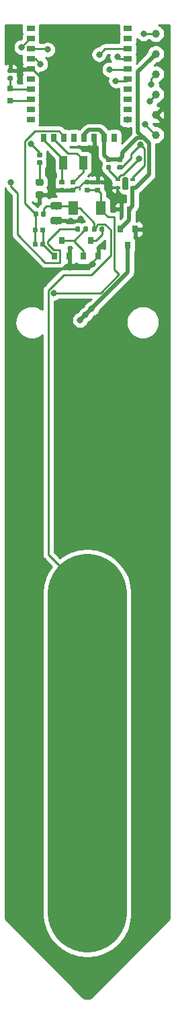
<source format=gbr>
G04 #@! TF.GenerationSoftware,KiCad,Pcbnew,(5.1.2-1)-1*
G04 #@! TF.CreationDate,2021-09-30T18:50:00+02:00*
G04 #@! TF.ProjectId,parasite,70617261-7369-4746-952e-6b696361645f,1.2.0*
G04 #@! TF.SameCoordinates,Original*
G04 #@! TF.FileFunction,Copper,L1,Top*
G04 #@! TF.FilePolarity,Positive*
%FSLAX46Y46*%
G04 Gerber Fmt 4.6, Leading zero omitted, Abs format (unit mm)*
G04 Created by KiCad (PCBNEW (5.1.2-1)-1) date 2021-09-30 18:50:00*
%MOMM*%
%LPD*%
G04 APERTURE LIST*
%ADD10R,1.000000X0.650000*%
%ADD11R,0.650000X1.000000*%
%ADD12R,0.800000X0.800000*%
%ADD13C,0.100000*%
%ADD14C,0.590000*%
%ADD15C,0.700000*%
%ADD16C,0.350000*%
%ADD17R,1.000000X1.800000*%
%ADD18R,0.800000X0.900000*%
%ADD19C,0.875000*%
%ADD20C,1.000000*%
%ADD21C,0.975000*%
%ADD22R,1.300000X1.700000*%
%ADD23C,0.800000*%
%ADD24C,0.250000*%
%ADD25C,10.000000*%
%ADD26C,0.500000*%
%ADD27C,0.254000*%
G04 APERTURE END LIST*
D10*
X60881000Y-42600000D03*
X60881000Y-41330000D03*
X60881000Y-40060000D03*
X60881000Y-38790000D03*
X60881000Y-37520000D03*
X60881000Y-36250000D03*
X60881000Y-34980000D03*
X60881000Y-33710000D03*
X60881000Y-32440000D03*
X60881000Y-31170000D03*
X73119000Y-38790000D03*
X73119000Y-31170000D03*
X73119000Y-37520000D03*
X73119000Y-32440000D03*
X73119000Y-33710000D03*
X73119000Y-34980000D03*
X73119000Y-40060000D03*
X73119000Y-36250000D03*
X73119000Y-41330000D03*
X73119000Y-42600000D03*
D11*
X70150000Y-44819000D03*
X62530000Y-44819000D03*
X68880000Y-44819000D03*
X63800000Y-44819000D03*
X65070000Y-44819000D03*
X66340000Y-44819000D03*
X71420000Y-44819000D03*
X67610000Y-44819000D03*
D12*
X58300000Y-40200000D03*
X58300000Y-38700000D03*
D13*
G36*
X58486958Y-36135710D02*
G01*
X58501276Y-36137834D01*
X58515317Y-36141351D01*
X58528946Y-36146228D01*
X58542031Y-36152417D01*
X58554447Y-36159858D01*
X58566073Y-36168481D01*
X58576798Y-36178202D01*
X58586519Y-36188927D01*
X58595142Y-36200553D01*
X58602583Y-36212969D01*
X58608772Y-36226054D01*
X58613649Y-36239683D01*
X58617166Y-36253724D01*
X58619290Y-36268042D01*
X58620000Y-36282500D01*
X58620000Y-36577500D01*
X58619290Y-36591958D01*
X58617166Y-36606276D01*
X58613649Y-36620317D01*
X58608772Y-36633946D01*
X58602583Y-36647031D01*
X58595142Y-36659447D01*
X58586519Y-36671073D01*
X58576798Y-36681798D01*
X58566073Y-36691519D01*
X58554447Y-36700142D01*
X58542031Y-36707583D01*
X58528946Y-36713772D01*
X58515317Y-36718649D01*
X58501276Y-36722166D01*
X58486958Y-36724290D01*
X58472500Y-36725000D01*
X58127500Y-36725000D01*
X58113042Y-36724290D01*
X58098724Y-36722166D01*
X58084683Y-36718649D01*
X58071054Y-36713772D01*
X58057969Y-36707583D01*
X58045553Y-36700142D01*
X58033927Y-36691519D01*
X58023202Y-36681798D01*
X58013481Y-36671073D01*
X58004858Y-36659447D01*
X57997417Y-36647031D01*
X57991228Y-36633946D01*
X57986351Y-36620317D01*
X57982834Y-36606276D01*
X57980710Y-36591958D01*
X57980000Y-36577500D01*
X57980000Y-36282500D01*
X57980710Y-36268042D01*
X57982834Y-36253724D01*
X57986351Y-36239683D01*
X57991228Y-36226054D01*
X57997417Y-36212969D01*
X58004858Y-36200553D01*
X58013481Y-36188927D01*
X58023202Y-36178202D01*
X58033927Y-36168481D01*
X58045553Y-36159858D01*
X58057969Y-36152417D01*
X58071054Y-36146228D01*
X58084683Y-36141351D01*
X58098724Y-36137834D01*
X58113042Y-36135710D01*
X58127500Y-36135000D01*
X58472500Y-36135000D01*
X58486958Y-36135710D01*
X58486958Y-36135710D01*
G37*
D14*
X58300000Y-36430000D03*
D13*
G36*
X58486958Y-37105710D02*
G01*
X58501276Y-37107834D01*
X58515317Y-37111351D01*
X58528946Y-37116228D01*
X58542031Y-37122417D01*
X58554447Y-37129858D01*
X58566073Y-37138481D01*
X58576798Y-37148202D01*
X58586519Y-37158927D01*
X58595142Y-37170553D01*
X58602583Y-37182969D01*
X58608772Y-37196054D01*
X58613649Y-37209683D01*
X58617166Y-37223724D01*
X58619290Y-37238042D01*
X58620000Y-37252500D01*
X58620000Y-37547500D01*
X58619290Y-37561958D01*
X58617166Y-37576276D01*
X58613649Y-37590317D01*
X58608772Y-37603946D01*
X58602583Y-37617031D01*
X58595142Y-37629447D01*
X58586519Y-37641073D01*
X58576798Y-37651798D01*
X58566073Y-37661519D01*
X58554447Y-37670142D01*
X58542031Y-37677583D01*
X58528946Y-37683772D01*
X58515317Y-37688649D01*
X58501276Y-37692166D01*
X58486958Y-37694290D01*
X58472500Y-37695000D01*
X58127500Y-37695000D01*
X58113042Y-37694290D01*
X58098724Y-37692166D01*
X58084683Y-37688649D01*
X58071054Y-37683772D01*
X58057969Y-37677583D01*
X58045553Y-37670142D01*
X58033927Y-37661519D01*
X58023202Y-37651798D01*
X58013481Y-37641073D01*
X58004858Y-37629447D01*
X57997417Y-37617031D01*
X57991228Y-37603946D01*
X57986351Y-37590317D01*
X57982834Y-37576276D01*
X57980710Y-37561958D01*
X57980000Y-37547500D01*
X57980000Y-37252500D01*
X57980710Y-37238042D01*
X57982834Y-37223724D01*
X57986351Y-37209683D01*
X57991228Y-37196054D01*
X57997417Y-37182969D01*
X58004858Y-37170553D01*
X58013481Y-37158927D01*
X58023202Y-37148202D01*
X58033927Y-37138481D01*
X58045553Y-37129858D01*
X58057969Y-37122417D01*
X58071054Y-37116228D01*
X58084683Y-37111351D01*
X58098724Y-37107834D01*
X58113042Y-37105710D01*
X58127500Y-37105000D01*
X58472500Y-37105000D01*
X58486958Y-37105710D01*
X58486958Y-37105710D01*
G37*
D14*
X58300000Y-37400000D03*
D13*
G36*
X72992153Y-49800843D02*
G01*
X73009141Y-49803363D01*
X73025800Y-49807535D01*
X73041970Y-49813321D01*
X73057494Y-49820664D01*
X73072225Y-49829493D01*
X73086019Y-49839723D01*
X73098744Y-49851256D01*
X73110277Y-49863981D01*
X73120507Y-49877775D01*
X73129336Y-49892506D01*
X73136679Y-49908030D01*
X73142465Y-49924200D01*
X73146637Y-49940859D01*
X73149157Y-49957847D01*
X73150000Y-49975000D01*
X73150000Y-51225000D01*
X73149157Y-51242153D01*
X73146637Y-51259141D01*
X73142465Y-51275800D01*
X73136679Y-51291970D01*
X73129336Y-51307494D01*
X73120507Y-51322225D01*
X73110277Y-51336019D01*
X73098744Y-51348744D01*
X73086019Y-51360277D01*
X73072225Y-51370507D01*
X73057494Y-51379336D01*
X73041970Y-51386679D01*
X73025800Y-51392465D01*
X73009141Y-51396637D01*
X72992153Y-51399157D01*
X72975000Y-51400000D01*
X72625000Y-51400000D01*
X72607847Y-51399157D01*
X72590859Y-51396637D01*
X72574200Y-51392465D01*
X72558030Y-51386679D01*
X72542506Y-51379336D01*
X72527775Y-51370507D01*
X72513981Y-51360277D01*
X72501256Y-51348744D01*
X72489723Y-51336019D01*
X72479493Y-51322225D01*
X72470664Y-51307494D01*
X72463321Y-51291970D01*
X72457535Y-51275800D01*
X72453363Y-51259141D01*
X72450843Y-51242153D01*
X72450000Y-51225000D01*
X72450000Y-49975000D01*
X72450843Y-49957847D01*
X72453363Y-49940859D01*
X72457535Y-49924200D01*
X72463321Y-49908030D01*
X72470664Y-49892506D01*
X72479493Y-49877775D01*
X72489723Y-49863981D01*
X72501256Y-49851256D01*
X72513981Y-49839723D01*
X72527775Y-49829493D01*
X72542506Y-49820664D01*
X72558030Y-49813321D01*
X72574200Y-49807535D01*
X72590859Y-49803363D01*
X72607847Y-49800843D01*
X72625000Y-49800000D01*
X72975000Y-49800000D01*
X72992153Y-49800843D01*
X72992153Y-49800843D01*
G37*
D15*
X72800000Y-50600000D03*
D13*
G36*
X72071076Y-50925421D02*
G01*
X72079570Y-50926681D01*
X72087900Y-50928768D01*
X72095985Y-50931661D01*
X72103747Y-50935332D01*
X72111112Y-50939746D01*
X72118009Y-50944862D01*
X72124372Y-50950628D01*
X72130138Y-50956991D01*
X72135254Y-50963888D01*
X72139668Y-50971253D01*
X72143339Y-50979015D01*
X72146232Y-50987100D01*
X72148319Y-50995430D01*
X72149579Y-51003924D01*
X72150000Y-51012500D01*
X72150000Y-51187500D01*
X72149579Y-51196076D01*
X72148319Y-51204570D01*
X72146232Y-51212900D01*
X72143339Y-51220985D01*
X72139668Y-51228747D01*
X72135254Y-51236112D01*
X72130138Y-51243009D01*
X72124372Y-51249372D01*
X72118009Y-51255138D01*
X72111112Y-51260254D01*
X72103747Y-51264668D01*
X72095985Y-51268339D01*
X72087900Y-51271232D01*
X72079570Y-51273319D01*
X72071076Y-51274579D01*
X72062500Y-51275000D01*
X71687500Y-51275000D01*
X71678924Y-51274579D01*
X71670430Y-51273319D01*
X71662100Y-51271232D01*
X71654015Y-51268339D01*
X71646253Y-51264668D01*
X71638888Y-51260254D01*
X71631991Y-51255138D01*
X71625628Y-51249372D01*
X71619862Y-51243009D01*
X71614746Y-51236112D01*
X71610332Y-51228747D01*
X71606661Y-51220985D01*
X71603768Y-51212900D01*
X71601681Y-51204570D01*
X71600421Y-51196076D01*
X71600000Y-51187500D01*
X71600000Y-51012500D01*
X71600421Y-51003924D01*
X71601681Y-50995430D01*
X71603768Y-50987100D01*
X71606661Y-50979015D01*
X71610332Y-50971253D01*
X71614746Y-50963888D01*
X71619862Y-50956991D01*
X71625628Y-50950628D01*
X71631991Y-50944862D01*
X71638888Y-50939746D01*
X71646253Y-50935332D01*
X71654015Y-50931661D01*
X71662100Y-50928768D01*
X71670430Y-50926681D01*
X71678924Y-50925421D01*
X71687500Y-50925000D01*
X72062500Y-50925000D01*
X72071076Y-50925421D01*
X72071076Y-50925421D01*
G37*
D16*
X71875000Y-51100000D03*
D13*
G36*
X72071076Y-49925421D02*
G01*
X72079570Y-49926681D01*
X72087900Y-49928768D01*
X72095985Y-49931661D01*
X72103747Y-49935332D01*
X72111112Y-49939746D01*
X72118009Y-49944862D01*
X72124372Y-49950628D01*
X72130138Y-49956991D01*
X72135254Y-49963888D01*
X72139668Y-49971253D01*
X72143339Y-49979015D01*
X72146232Y-49987100D01*
X72148319Y-49995430D01*
X72149579Y-50003924D01*
X72150000Y-50012500D01*
X72150000Y-50187500D01*
X72149579Y-50196076D01*
X72148319Y-50204570D01*
X72146232Y-50212900D01*
X72143339Y-50220985D01*
X72139668Y-50228747D01*
X72135254Y-50236112D01*
X72130138Y-50243009D01*
X72124372Y-50249372D01*
X72118009Y-50255138D01*
X72111112Y-50260254D01*
X72103747Y-50264668D01*
X72095985Y-50268339D01*
X72087900Y-50271232D01*
X72079570Y-50273319D01*
X72071076Y-50274579D01*
X72062500Y-50275000D01*
X71687500Y-50275000D01*
X71678924Y-50274579D01*
X71670430Y-50273319D01*
X71662100Y-50271232D01*
X71654015Y-50268339D01*
X71646253Y-50264668D01*
X71638888Y-50260254D01*
X71631991Y-50255138D01*
X71625628Y-50249372D01*
X71619862Y-50243009D01*
X71614746Y-50236112D01*
X71610332Y-50228747D01*
X71606661Y-50220985D01*
X71603768Y-50212900D01*
X71601681Y-50204570D01*
X71600421Y-50196076D01*
X71600000Y-50187500D01*
X71600000Y-50012500D01*
X71600421Y-50003924D01*
X71601681Y-49995430D01*
X71603768Y-49987100D01*
X71606661Y-49979015D01*
X71610332Y-49971253D01*
X71614746Y-49963888D01*
X71619862Y-49956991D01*
X71625628Y-49950628D01*
X71631991Y-49944862D01*
X71638888Y-49939746D01*
X71646253Y-49935332D01*
X71654015Y-49931661D01*
X71662100Y-49928768D01*
X71670430Y-49926681D01*
X71678924Y-49925421D01*
X71687500Y-49925000D01*
X72062500Y-49925000D01*
X72071076Y-49925421D01*
X72071076Y-49925421D01*
G37*
D16*
X71875000Y-50100000D03*
D13*
G36*
X73921076Y-49925421D02*
G01*
X73929570Y-49926681D01*
X73937900Y-49928768D01*
X73945985Y-49931661D01*
X73953747Y-49935332D01*
X73961112Y-49939746D01*
X73968009Y-49944862D01*
X73974372Y-49950628D01*
X73980138Y-49956991D01*
X73985254Y-49963888D01*
X73989668Y-49971253D01*
X73993339Y-49979015D01*
X73996232Y-49987100D01*
X73998319Y-49995430D01*
X73999579Y-50003924D01*
X74000000Y-50012500D01*
X74000000Y-50187500D01*
X73999579Y-50196076D01*
X73998319Y-50204570D01*
X73996232Y-50212900D01*
X73993339Y-50220985D01*
X73989668Y-50228747D01*
X73985254Y-50236112D01*
X73980138Y-50243009D01*
X73974372Y-50249372D01*
X73968009Y-50255138D01*
X73961112Y-50260254D01*
X73953747Y-50264668D01*
X73945985Y-50268339D01*
X73937900Y-50271232D01*
X73929570Y-50273319D01*
X73921076Y-50274579D01*
X73912500Y-50275000D01*
X73537500Y-50275000D01*
X73528924Y-50274579D01*
X73520430Y-50273319D01*
X73512100Y-50271232D01*
X73504015Y-50268339D01*
X73496253Y-50264668D01*
X73488888Y-50260254D01*
X73481991Y-50255138D01*
X73475628Y-50249372D01*
X73469862Y-50243009D01*
X73464746Y-50236112D01*
X73460332Y-50228747D01*
X73456661Y-50220985D01*
X73453768Y-50212900D01*
X73451681Y-50204570D01*
X73450421Y-50196076D01*
X73450000Y-50187500D01*
X73450000Y-50012500D01*
X73450421Y-50003924D01*
X73451681Y-49995430D01*
X73453768Y-49987100D01*
X73456661Y-49979015D01*
X73460332Y-49971253D01*
X73464746Y-49963888D01*
X73469862Y-49956991D01*
X73475628Y-49950628D01*
X73481991Y-49944862D01*
X73488888Y-49939746D01*
X73496253Y-49935332D01*
X73504015Y-49931661D01*
X73512100Y-49928768D01*
X73520430Y-49926681D01*
X73528924Y-49925421D01*
X73537500Y-49925000D01*
X73912500Y-49925000D01*
X73921076Y-49925421D01*
X73921076Y-49925421D01*
G37*
D16*
X73725000Y-50100000D03*
D13*
G36*
X73921076Y-50925421D02*
G01*
X73929570Y-50926681D01*
X73937900Y-50928768D01*
X73945985Y-50931661D01*
X73953747Y-50935332D01*
X73961112Y-50939746D01*
X73968009Y-50944862D01*
X73974372Y-50950628D01*
X73980138Y-50956991D01*
X73985254Y-50963888D01*
X73989668Y-50971253D01*
X73993339Y-50979015D01*
X73996232Y-50987100D01*
X73998319Y-50995430D01*
X73999579Y-51003924D01*
X74000000Y-51012500D01*
X74000000Y-51187500D01*
X73999579Y-51196076D01*
X73998319Y-51204570D01*
X73996232Y-51212900D01*
X73993339Y-51220985D01*
X73989668Y-51228747D01*
X73985254Y-51236112D01*
X73980138Y-51243009D01*
X73974372Y-51249372D01*
X73968009Y-51255138D01*
X73961112Y-51260254D01*
X73953747Y-51264668D01*
X73945985Y-51268339D01*
X73937900Y-51271232D01*
X73929570Y-51273319D01*
X73921076Y-51274579D01*
X73912500Y-51275000D01*
X73537500Y-51275000D01*
X73528924Y-51274579D01*
X73520430Y-51273319D01*
X73512100Y-51271232D01*
X73504015Y-51268339D01*
X73496253Y-51264668D01*
X73488888Y-51260254D01*
X73481991Y-51255138D01*
X73475628Y-51249372D01*
X73469862Y-51243009D01*
X73464746Y-51236112D01*
X73460332Y-51228747D01*
X73456661Y-51220985D01*
X73453768Y-51212900D01*
X73451681Y-51204570D01*
X73450421Y-51196076D01*
X73450000Y-51187500D01*
X73450000Y-51012500D01*
X73450421Y-51003924D01*
X73451681Y-50995430D01*
X73453768Y-50987100D01*
X73456661Y-50979015D01*
X73460332Y-50971253D01*
X73464746Y-50963888D01*
X73469862Y-50956991D01*
X73475628Y-50950628D01*
X73481991Y-50944862D01*
X73488888Y-50939746D01*
X73496253Y-50935332D01*
X73504015Y-50931661D01*
X73512100Y-50928768D01*
X73520430Y-50926681D01*
X73528924Y-50925421D01*
X73537500Y-50925000D01*
X73912500Y-50925000D01*
X73921076Y-50925421D01*
X73921076Y-50925421D01*
G37*
D16*
X73725000Y-51100000D03*
D17*
X67500000Y-48000000D03*
X65000000Y-48000000D03*
D13*
G36*
X72286958Y-48275710D02*
G01*
X72301276Y-48277834D01*
X72315317Y-48281351D01*
X72328946Y-48286228D01*
X72342031Y-48292417D01*
X72354447Y-48299858D01*
X72366073Y-48308481D01*
X72376798Y-48318202D01*
X72386519Y-48328927D01*
X72395142Y-48340553D01*
X72402583Y-48352969D01*
X72408772Y-48366054D01*
X72413649Y-48379683D01*
X72417166Y-48393724D01*
X72419290Y-48408042D01*
X72420000Y-48422500D01*
X72420000Y-48717500D01*
X72419290Y-48731958D01*
X72417166Y-48746276D01*
X72413649Y-48760317D01*
X72408772Y-48773946D01*
X72402583Y-48787031D01*
X72395142Y-48799447D01*
X72386519Y-48811073D01*
X72376798Y-48821798D01*
X72366073Y-48831519D01*
X72354447Y-48840142D01*
X72342031Y-48847583D01*
X72328946Y-48853772D01*
X72315317Y-48858649D01*
X72301276Y-48862166D01*
X72286958Y-48864290D01*
X72272500Y-48865000D01*
X71927500Y-48865000D01*
X71913042Y-48864290D01*
X71898724Y-48862166D01*
X71884683Y-48858649D01*
X71871054Y-48853772D01*
X71857969Y-48847583D01*
X71845553Y-48840142D01*
X71833927Y-48831519D01*
X71823202Y-48821798D01*
X71813481Y-48811073D01*
X71804858Y-48799447D01*
X71797417Y-48787031D01*
X71791228Y-48773946D01*
X71786351Y-48760317D01*
X71782834Y-48746276D01*
X71780710Y-48731958D01*
X71780000Y-48717500D01*
X71780000Y-48422500D01*
X71780710Y-48408042D01*
X71782834Y-48393724D01*
X71786351Y-48379683D01*
X71791228Y-48366054D01*
X71797417Y-48352969D01*
X71804858Y-48340553D01*
X71813481Y-48328927D01*
X71823202Y-48318202D01*
X71833927Y-48308481D01*
X71845553Y-48299858D01*
X71857969Y-48292417D01*
X71871054Y-48286228D01*
X71884683Y-48281351D01*
X71898724Y-48277834D01*
X71913042Y-48275710D01*
X71927500Y-48275000D01*
X72272500Y-48275000D01*
X72286958Y-48275710D01*
X72286958Y-48275710D01*
G37*
D14*
X72100000Y-48570000D03*
D13*
G36*
X72286958Y-47305710D02*
G01*
X72301276Y-47307834D01*
X72315317Y-47311351D01*
X72328946Y-47316228D01*
X72342031Y-47322417D01*
X72354447Y-47329858D01*
X72366073Y-47338481D01*
X72376798Y-47348202D01*
X72386519Y-47358927D01*
X72395142Y-47370553D01*
X72402583Y-47382969D01*
X72408772Y-47396054D01*
X72413649Y-47409683D01*
X72417166Y-47423724D01*
X72419290Y-47438042D01*
X72420000Y-47452500D01*
X72420000Y-47747500D01*
X72419290Y-47761958D01*
X72417166Y-47776276D01*
X72413649Y-47790317D01*
X72408772Y-47803946D01*
X72402583Y-47817031D01*
X72395142Y-47829447D01*
X72386519Y-47841073D01*
X72376798Y-47851798D01*
X72366073Y-47861519D01*
X72354447Y-47870142D01*
X72342031Y-47877583D01*
X72328946Y-47883772D01*
X72315317Y-47888649D01*
X72301276Y-47892166D01*
X72286958Y-47894290D01*
X72272500Y-47895000D01*
X71927500Y-47895000D01*
X71913042Y-47894290D01*
X71898724Y-47892166D01*
X71884683Y-47888649D01*
X71871054Y-47883772D01*
X71857969Y-47877583D01*
X71845553Y-47870142D01*
X71833927Y-47861519D01*
X71823202Y-47851798D01*
X71813481Y-47841073D01*
X71804858Y-47829447D01*
X71797417Y-47817031D01*
X71791228Y-47803946D01*
X71786351Y-47790317D01*
X71782834Y-47776276D01*
X71780710Y-47761958D01*
X71780000Y-47747500D01*
X71780000Y-47452500D01*
X71780710Y-47438042D01*
X71782834Y-47423724D01*
X71786351Y-47409683D01*
X71791228Y-47396054D01*
X71797417Y-47382969D01*
X71804858Y-47370553D01*
X71813481Y-47358927D01*
X71823202Y-47348202D01*
X71833927Y-47338481D01*
X71845553Y-47329858D01*
X71857969Y-47322417D01*
X71871054Y-47316228D01*
X71884683Y-47311351D01*
X71898724Y-47307834D01*
X71913042Y-47305710D01*
X71927500Y-47305000D01*
X72272500Y-47305000D01*
X72286958Y-47305710D01*
X72286958Y-47305710D01*
G37*
D14*
X72100000Y-47600000D03*
D13*
G36*
X70886958Y-47305710D02*
G01*
X70901276Y-47307834D01*
X70915317Y-47311351D01*
X70928946Y-47316228D01*
X70942031Y-47322417D01*
X70954447Y-47329858D01*
X70966073Y-47338481D01*
X70976798Y-47348202D01*
X70986519Y-47358927D01*
X70995142Y-47370553D01*
X71002583Y-47382969D01*
X71008772Y-47396054D01*
X71013649Y-47409683D01*
X71017166Y-47423724D01*
X71019290Y-47438042D01*
X71020000Y-47452500D01*
X71020000Y-47747500D01*
X71019290Y-47761958D01*
X71017166Y-47776276D01*
X71013649Y-47790317D01*
X71008772Y-47803946D01*
X71002583Y-47817031D01*
X70995142Y-47829447D01*
X70986519Y-47841073D01*
X70976798Y-47851798D01*
X70966073Y-47861519D01*
X70954447Y-47870142D01*
X70942031Y-47877583D01*
X70928946Y-47883772D01*
X70915317Y-47888649D01*
X70901276Y-47892166D01*
X70886958Y-47894290D01*
X70872500Y-47895000D01*
X70527500Y-47895000D01*
X70513042Y-47894290D01*
X70498724Y-47892166D01*
X70484683Y-47888649D01*
X70471054Y-47883772D01*
X70457969Y-47877583D01*
X70445553Y-47870142D01*
X70433927Y-47861519D01*
X70423202Y-47851798D01*
X70413481Y-47841073D01*
X70404858Y-47829447D01*
X70397417Y-47817031D01*
X70391228Y-47803946D01*
X70386351Y-47790317D01*
X70382834Y-47776276D01*
X70380710Y-47761958D01*
X70380000Y-47747500D01*
X70380000Y-47452500D01*
X70380710Y-47438042D01*
X70382834Y-47423724D01*
X70386351Y-47409683D01*
X70391228Y-47396054D01*
X70397417Y-47382969D01*
X70404858Y-47370553D01*
X70413481Y-47358927D01*
X70423202Y-47348202D01*
X70433927Y-47338481D01*
X70445553Y-47329858D01*
X70457969Y-47322417D01*
X70471054Y-47316228D01*
X70484683Y-47311351D01*
X70498724Y-47307834D01*
X70513042Y-47305710D01*
X70527500Y-47305000D01*
X70872500Y-47305000D01*
X70886958Y-47305710D01*
X70886958Y-47305710D01*
G37*
D14*
X70700000Y-47600000D03*
D13*
G36*
X70886958Y-48275710D02*
G01*
X70901276Y-48277834D01*
X70915317Y-48281351D01*
X70928946Y-48286228D01*
X70942031Y-48292417D01*
X70954447Y-48299858D01*
X70966073Y-48308481D01*
X70976798Y-48318202D01*
X70986519Y-48328927D01*
X70995142Y-48340553D01*
X71002583Y-48352969D01*
X71008772Y-48366054D01*
X71013649Y-48379683D01*
X71017166Y-48393724D01*
X71019290Y-48408042D01*
X71020000Y-48422500D01*
X71020000Y-48717500D01*
X71019290Y-48731958D01*
X71017166Y-48746276D01*
X71013649Y-48760317D01*
X71008772Y-48773946D01*
X71002583Y-48787031D01*
X70995142Y-48799447D01*
X70986519Y-48811073D01*
X70976798Y-48821798D01*
X70966073Y-48831519D01*
X70954447Y-48840142D01*
X70942031Y-48847583D01*
X70928946Y-48853772D01*
X70915317Y-48858649D01*
X70901276Y-48862166D01*
X70886958Y-48864290D01*
X70872500Y-48865000D01*
X70527500Y-48865000D01*
X70513042Y-48864290D01*
X70498724Y-48862166D01*
X70484683Y-48858649D01*
X70471054Y-48853772D01*
X70457969Y-48847583D01*
X70445553Y-48840142D01*
X70433927Y-48831519D01*
X70423202Y-48821798D01*
X70413481Y-48811073D01*
X70404858Y-48799447D01*
X70397417Y-48787031D01*
X70391228Y-48773946D01*
X70386351Y-48760317D01*
X70382834Y-48746276D01*
X70380710Y-48731958D01*
X70380000Y-48717500D01*
X70380000Y-48422500D01*
X70380710Y-48408042D01*
X70382834Y-48393724D01*
X70386351Y-48379683D01*
X70391228Y-48366054D01*
X70397417Y-48352969D01*
X70404858Y-48340553D01*
X70413481Y-48328927D01*
X70423202Y-48318202D01*
X70433927Y-48308481D01*
X70445553Y-48299858D01*
X70457969Y-48292417D01*
X70471054Y-48286228D01*
X70484683Y-48281351D01*
X70498724Y-48277834D01*
X70513042Y-48275710D01*
X70527500Y-48275000D01*
X70872500Y-48275000D01*
X70886958Y-48275710D01*
X70886958Y-48275710D01*
G37*
D14*
X70700000Y-48570000D03*
D13*
G36*
X69486958Y-50135710D02*
G01*
X69501276Y-50137834D01*
X69515317Y-50141351D01*
X69528946Y-50146228D01*
X69542031Y-50152417D01*
X69554447Y-50159858D01*
X69566073Y-50168481D01*
X69576798Y-50178202D01*
X69586519Y-50188927D01*
X69595142Y-50200553D01*
X69602583Y-50212969D01*
X69608772Y-50226054D01*
X69613649Y-50239683D01*
X69617166Y-50253724D01*
X69619290Y-50268042D01*
X69620000Y-50282500D01*
X69620000Y-50577500D01*
X69619290Y-50591958D01*
X69617166Y-50606276D01*
X69613649Y-50620317D01*
X69608772Y-50633946D01*
X69602583Y-50647031D01*
X69595142Y-50659447D01*
X69586519Y-50671073D01*
X69576798Y-50681798D01*
X69566073Y-50691519D01*
X69554447Y-50700142D01*
X69542031Y-50707583D01*
X69528946Y-50713772D01*
X69515317Y-50718649D01*
X69501276Y-50722166D01*
X69486958Y-50724290D01*
X69472500Y-50725000D01*
X69127500Y-50725000D01*
X69113042Y-50724290D01*
X69098724Y-50722166D01*
X69084683Y-50718649D01*
X69071054Y-50713772D01*
X69057969Y-50707583D01*
X69045553Y-50700142D01*
X69033927Y-50691519D01*
X69023202Y-50681798D01*
X69013481Y-50671073D01*
X69004858Y-50659447D01*
X68997417Y-50647031D01*
X68991228Y-50633946D01*
X68986351Y-50620317D01*
X68982834Y-50606276D01*
X68980710Y-50591958D01*
X68980000Y-50577500D01*
X68980000Y-50282500D01*
X68980710Y-50268042D01*
X68982834Y-50253724D01*
X68986351Y-50239683D01*
X68991228Y-50226054D01*
X68997417Y-50212969D01*
X69004858Y-50200553D01*
X69013481Y-50188927D01*
X69023202Y-50178202D01*
X69033927Y-50168481D01*
X69045553Y-50159858D01*
X69057969Y-50152417D01*
X69071054Y-50146228D01*
X69084683Y-50141351D01*
X69098724Y-50137834D01*
X69113042Y-50135710D01*
X69127500Y-50135000D01*
X69472500Y-50135000D01*
X69486958Y-50135710D01*
X69486958Y-50135710D01*
G37*
D14*
X69300000Y-50430000D03*
D13*
G36*
X69486958Y-51105710D02*
G01*
X69501276Y-51107834D01*
X69515317Y-51111351D01*
X69528946Y-51116228D01*
X69542031Y-51122417D01*
X69554447Y-51129858D01*
X69566073Y-51138481D01*
X69576798Y-51148202D01*
X69586519Y-51158927D01*
X69595142Y-51170553D01*
X69602583Y-51182969D01*
X69608772Y-51196054D01*
X69613649Y-51209683D01*
X69617166Y-51223724D01*
X69619290Y-51238042D01*
X69620000Y-51252500D01*
X69620000Y-51547500D01*
X69619290Y-51561958D01*
X69617166Y-51576276D01*
X69613649Y-51590317D01*
X69608772Y-51603946D01*
X69602583Y-51617031D01*
X69595142Y-51629447D01*
X69586519Y-51641073D01*
X69576798Y-51651798D01*
X69566073Y-51661519D01*
X69554447Y-51670142D01*
X69542031Y-51677583D01*
X69528946Y-51683772D01*
X69515317Y-51688649D01*
X69501276Y-51692166D01*
X69486958Y-51694290D01*
X69472500Y-51695000D01*
X69127500Y-51695000D01*
X69113042Y-51694290D01*
X69098724Y-51692166D01*
X69084683Y-51688649D01*
X69071054Y-51683772D01*
X69057969Y-51677583D01*
X69045553Y-51670142D01*
X69033927Y-51661519D01*
X69023202Y-51651798D01*
X69013481Y-51641073D01*
X69004858Y-51629447D01*
X68997417Y-51617031D01*
X68991228Y-51603946D01*
X68986351Y-51590317D01*
X68982834Y-51576276D01*
X68980710Y-51561958D01*
X68980000Y-51547500D01*
X68980000Y-51252500D01*
X68980710Y-51238042D01*
X68982834Y-51223724D01*
X68986351Y-51209683D01*
X68991228Y-51196054D01*
X68997417Y-51182969D01*
X69004858Y-51170553D01*
X69013481Y-51158927D01*
X69023202Y-51148202D01*
X69033927Y-51138481D01*
X69045553Y-51129858D01*
X69057969Y-51122417D01*
X69071054Y-51116228D01*
X69084683Y-51111351D01*
X69098724Y-51107834D01*
X69113042Y-51105710D01*
X69127500Y-51105000D01*
X69472500Y-51105000D01*
X69486958Y-51105710D01*
X69486958Y-51105710D01*
G37*
D14*
X69300000Y-51400000D03*
D13*
G36*
X70031958Y-55980710D02*
G01*
X70046276Y-55982834D01*
X70060317Y-55986351D01*
X70073946Y-55991228D01*
X70087031Y-55997417D01*
X70099447Y-56004858D01*
X70111073Y-56013481D01*
X70121798Y-56023202D01*
X70131519Y-56033927D01*
X70140142Y-56045553D01*
X70147583Y-56057969D01*
X70153772Y-56071054D01*
X70158649Y-56084683D01*
X70162166Y-56098724D01*
X70164290Y-56113042D01*
X70165000Y-56127500D01*
X70165000Y-56472500D01*
X70164290Y-56486958D01*
X70162166Y-56501276D01*
X70158649Y-56515317D01*
X70153772Y-56528946D01*
X70147583Y-56542031D01*
X70140142Y-56554447D01*
X70131519Y-56566073D01*
X70121798Y-56576798D01*
X70111073Y-56586519D01*
X70099447Y-56595142D01*
X70087031Y-56602583D01*
X70073946Y-56608772D01*
X70060317Y-56613649D01*
X70046276Y-56617166D01*
X70031958Y-56619290D01*
X70017500Y-56620000D01*
X69722500Y-56620000D01*
X69708042Y-56619290D01*
X69693724Y-56617166D01*
X69679683Y-56613649D01*
X69666054Y-56608772D01*
X69652969Y-56602583D01*
X69640553Y-56595142D01*
X69628927Y-56586519D01*
X69618202Y-56576798D01*
X69608481Y-56566073D01*
X69599858Y-56554447D01*
X69592417Y-56542031D01*
X69586228Y-56528946D01*
X69581351Y-56515317D01*
X69577834Y-56501276D01*
X69575710Y-56486958D01*
X69575000Y-56472500D01*
X69575000Y-56127500D01*
X69575710Y-56113042D01*
X69577834Y-56098724D01*
X69581351Y-56084683D01*
X69586228Y-56071054D01*
X69592417Y-56057969D01*
X69599858Y-56045553D01*
X69608481Y-56033927D01*
X69618202Y-56023202D01*
X69628927Y-56013481D01*
X69640553Y-56004858D01*
X69652969Y-55997417D01*
X69666054Y-55991228D01*
X69679683Y-55986351D01*
X69693724Y-55982834D01*
X69708042Y-55980710D01*
X69722500Y-55980000D01*
X70017500Y-55980000D01*
X70031958Y-55980710D01*
X70031958Y-55980710D01*
G37*
D14*
X69870000Y-56300000D03*
D13*
G36*
X69061958Y-55980710D02*
G01*
X69076276Y-55982834D01*
X69090317Y-55986351D01*
X69103946Y-55991228D01*
X69117031Y-55997417D01*
X69129447Y-56004858D01*
X69141073Y-56013481D01*
X69151798Y-56023202D01*
X69161519Y-56033927D01*
X69170142Y-56045553D01*
X69177583Y-56057969D01*
X69183772Y-56071054D01*
X69188649Y-56084683D01*
X69192166Y-56098724D01*
X69194290Y-56113042D01*
X69195000Y-56127500D01*
X69195000Y-56472500D01*
X69194290Y-56486958D01*
X69192166Y-56501276D01*
X69188649Y-56515317D01*
X69183772Y-56528946D01*
X69177583Y-56542031D01*
X69170142Y-56554447D01*
X69161519Y-56566073D01*
X69151798Y-56576798D01*
X69141073Y-56586519D01*
X69129447Y-56595142D01*
X69117031Y-56602583D01*
X69103946Y-56608772D01*
X69090317Y-56613649D01*
X69076276Y-56617166D01*
X69061958Y-56619290D01*
X69047500Y-56620000D01*
X68752500Y-56620000D01*
X68738042Y-56619290D01*
X68723724Y-56617166D01*
X68709683Y-56613649D01*
X68696054Y-56608772D01*
X68682969Y-56602583D01*
X68670553Y-56595142D01*
X68658927Y-56586519D01*
X68648202Y-56576798D01*
X68638481Y-56566073D01*
X68629858Y-56554447D01*
X68622417Y-56542031D01*
X68616228Y-56528946D01*
X68611351Y-56515317D01*
X68607834Y-56501276D01*
X68605710Y-56486958D01*
X68605000Y-56472500D01*
X68605000Y-56127500D01*
X68605710Y-56113042D01*
X68607834Y-56098724D01*
X68611351Y-56084683D01*
X68616228Y-56071054D01*
X68622417Y-56057969D01*
X68629858Y-56045553D01*
X68638481Y-56033927D01*
X68648202Y-56023202D01*
X68658927Y-56013481D01*
X68670553Y-56004858D01*
X68682969Y-55997417D01*
X68696054Y-55991228D01*
X68709683Y-55986351D01*
X68723724Y-55982834D01*
X68738042Y-55980710D01*
X68752500Y-55980000D01*
X69047500Y-55980000D01*
X69061958Y-55980710D01*
X69061958Y-55980710D01*
G37*
D14*
X68900000Y-56300000D03*
D13*
G36*
X61591958Y-57880710D02*
G01*
X61606276Y-57882834D01*
X61620317Y-57886351D01*
X61633946Y-57891228D01*
X61647031Y-57897417D01*
X61659447Y-57904858D01*
X61671073Y-57913481D01*
X61681798Y-57923202D01*
X61691519Y-57933927D01*
X61700142Y-57945553D01*
X61707583Y-57957969D01*
X61713772Y-57971054D01*
X61718649Y-57984683D01*
X61722166Y-57998724D01*
X61724290Y-58013042D01*
X61725000Y-58027500D01*
X61725000Y-58372500D01*
X61724290Y-58386958D01*
X61722166Y-58401276D01*
X61718649Y-58415317D01*
X61713772Y-58428946D01*
X61707583Y-58442031D01*
X61700142Y-58454447D01*
X61691519Y-58466073D01*
X61681798Y-58476798D01*
X61671073Y-58486519D01*
X61659447Y-58495142D01*
X61647031Y-58502583D01*
X61633946Y-58508772D01*
X61620317Y-58513649D01*
X61606276Y-58517166D01*
X61591958Y-58519290D01*
X61577500Y-58520000D01*
X61282500Y-58520000D01*
X61268042Y-58519290D01*
X61253724Y-58517166D01*
X61239683Y-58513649D01*
X61226054Y-58508772D01*
X61212969Y-58502583D01*
X61200553Y-58495142D01*
X61188927Y-58486519D01*
X61178202Y-58476798D01*
X61168481Y-58466073D01*
X61159858Y-58454447D01*
X61152417Y-58442031D01*
X61146228Y-58428946D01*
X61141351Y-58415317D01*
X61137834Y-58401276D01*
X61135710Y-58386958D01*
X61135000Y-58372500D01*
X61135000Y-58027500D01*
X61135710Y-58013042D01*
X61137834Y-57998724D01*
X61141351Y-57984683D01*
X61146228Y-57971054D01*
X61152417Y-57957969D01*
X61159858Y-57945553D01*
X61168481Y-57933927D01*
X61178202Y-57923202D01*
X61188927Y-57913481D01*
X61200553Y-57904858D01*
X61212969Y-57897417D01*
X61226054Y-57891228D01*
X61239683Y-57886351D01*
X61253724Y-57882834D01*
X61268042Y-57880710D01*
X61282500Y-57880000D01*
X61577500Y-57880000D01*
X61591958Y-57880710D01*
X61591958Y-57880710D01*
G37*
D14*
X61430000Y-58200000D03*
D13*
G36*
X62561958Y-57880710D02*
G01*
X62576276Y-57882834D01*
X62590317Y-57886351D01*
X62603946Y-57891228D01*
X62617031Y-57897417D01*
X62629447Y-57904858D01*
X62641073Y-57913481D01*
X62651798Y-57923202D01*
X62661519Y-57933927D01*
X62670142Y-57945553D01*
X62677583Y-57957969D01*
X62683772Y-57971054D01*
X62688649Y-57984683D01*
X62692166Y-57998724D01*
X62694290Y-58013042D01*
X62695000Y-58027500D01*
X62695000Y-58372500D01*
X62694290Y-58386958D01*
X62692166Y-58401276D01*
X62688649Y-58415317D01*
X62683772Y-58428946D01*
X62677583Y-58442031D01*
X62670142Y-58454447D01*
X62661519Y-58466073D01*
X62651798Y-58476798D01*
X62641073Y-58486519D01*
X62629447Y-58495142D01*
X62617031Y-58502583D01*
X62603946Y-58508772D01*
X62590317Y-58513649D01*
X62576276Y-58517166D01*
X62561958Y-58519290D01*
X62547500Y-58520000D01*
X62252500Y-58520000D01*
X62238042Y-58519290D01*
X62223724Y-58517166D01*
X62209683Y-58513649D01*
X62196054Y-58508772D01*
X62182969Y-58502583D01*
X62170553Y-58495142D01*
X62158927Y-58486519D01*
X62148202Y-58476798D01*
X62138481Y-58466073D01*
X62129858Y-58454447D01*
X62122417Y-58442031D01*
X62116228Y-58428946D01*
X62111351Y-58415317D01*
X62107834Y-58401276D01*
X62105710Y-58386958D01*
X62105000Y-58372500D01*
X62105000Y-58027500D01*
X62105710Y-58013042D01*
X62107834Y-57998724D01*
X62111351Y-57984683D01*
X62116228Y-57971054D01*
X62122417Y-57957969D01*
X62129858Y-57945553D01*
X62138481Y-57933927D01*
X62148202Y-57923202D01*
X62158927Y-57913481D01*
X62170553Y-57904858D01*
X62182969Y-57897417D01*
X62196054Y-57891228D01*
X62209683Y-57886351D01*
X62223724Y-57882834D01*
X62238042Y-57880710D01*
X62252500Y-57880000D01*
X62547500Y-57880000D01*
X62561958Y-57880710D01*
X62561958Y-57880710D01*
G37*
D14*
X62400000Y-58200000D03*
D13*
G36*
X67946958Y-55980710D02*
G01*
X67961276Y-55982834D01*
X67975317Y-55986351D01*
X67988946Y-55991228D01*
X68002031Y-55997417D01*
X68014447Y-56004858D01*
X68026073Y-56013481D01*
X68036798Y-56023202D01*
X68046519Y-56033927D01*
X68055142Y-56045553D01*
X68062583Y-56057969D01*
X68068772Y-56071054D01*
X68073649Y-56084683D01*
X68077166Y-56098724D01*
X68079290Y-56113042D01*
X68080000Y-56127500D01*
X68080000Y-56472500D01*
X68079290Y-56486958D01*
X68077166Y-56501276D01*
X68073649Y-56515317D01*
X68068772Y-56528946D01*
X68062583Y-56542031D01*
X68055142Y-56554447D01*
X68046519Y-56566073D01*
X68036798Y-56576798D01*
X68026073Y-56586519D01*
X68014447Y-56595142D01*
X68002031Y-56602583D01*
X67988946Y-56608772D01*
X67975317Y-56613649D01*
X67961276Y-56617166D01*
X67946958Y-56619290D01*
X67932500Y-56620000D01*
X67637500Y-56620000D01*
X67623042Y-56619290D01*
X67608724Y-56617166D01*
X67594683Y-56613649D01*
X67581054Y-56608772D01*
X67567969Y-56602583D01*
X67555553Y-56595142D01*
X67543927Y-56586519D01*
X67533202Y-56576798D01*
X67523481Y-56566073D01*
X67514858Y-56554447D01*
X67507417Y-56542031D01*
X67501228Y-56528946D01*
X67496351Y-56515317D01*
X67492834Y-56501276D01*
X67490710Y-56486958D01*
X67490000Y-56472500D01*
X67490000Y-56127500D01*
X67490710Y-56113042D01*
X67492834Y-56098724D01*
X67496351Y-56084683D01*
X67501228Y-56071054D01*
X67507417Y-56057969D01*
X67514858Y-56045553D01*
X67523481Y-56033927D01*
X67533202Y-56023202D01*
X67543927Y-56013481D01*
X67555553Y-56004858D01*
X67567969Y-55997417D01*
X67581054Y-55991228D01*
X67594683Y-55986351D01*
X67608724Y-55982834D01*
X67623042Y-55980710D01*
X67637500Y-55980000D01*
X67932500Y-55980000D01*
X67946958Y-55980710D01*
X67946958Y-55980710D01*
G37*
D14*
X67785000Y-56300000D03*
D13*
G36*
X66976958Y-55980710D02*
G01*
X66991276Y-55982834D01*
X67005317Y-55986351D01*
X67018946Y-55991228D01*
X67032031Y-55997417D01*
X67044447Y-56004858D01*
X67056073Y-56013481D01*
X67066798Y-56023202D01*
X67076519Y-56033927D01*
X67085142Y-56045553D01*
X67092583Y-56057969D01*
X67098772Y-56071054D01*
X67103649Y-56084683D01*
X67107166Y-56098724D01*
X67109290Y-56113042D01*
X67110000Y-56127500D01*
X67110000Y-56472500D01*
X67109290Y-56486958D01*
X67107166Y-56501276D01*
X67103649Y-56515317D01*
X67098772Y-56528946D01*
X67092583Y-56542031D01*
X67085142Y-56554447D01*
X67076519Y-56566073D01*
X67066798Y-56576798D01*
X67056073Y-56586519D01*
X67044447Y-56595142D01*
X67032031Y-56602583D01*
X67018946Y-56608772D01*
X67005317Y-56613649D01*
X66991276Y-56617166D01*
X66976958Y-56619290D01*
X66962500Y-56620000D01*
X66667500Y-56620000D01*
X66653042Y-56619290D01*
X66638724Y-56617166D01*
X66624683Y-56613649D01*
X66611054Y-56608772D01*
X66597969Y-56602583D01*
X66585553Y-56595142D01*
X66573927Y-56586519D01*
X66563202Y-56576798D01*
X66553481Y-56566073D01*
X66544858Y-56554447D01*
X66537417Y-56542031D01*
X66531228Y-56528946D01*
X66526351Y-56515317D01*
X66522834Y-56501276D01*
X66520710Y-56486958D01*
X66520000Y-56472500D01*
X66520000Y-56127500D01*
X66520710Y-56113042D01*
X66522834Y-56098724D01*
X66526351Y-56084683D01*
X66531228Y-56071054D01*
X66537417Y-56057969D01*
X66544858Y-56045553D01*
X66553481Y-56033927D01*
X66563202Y-56023202D01*
X66573927Y-56013481D01*
X66585553Y-56004858D01*
X66597969Y-55997417D01*
X66611054Y-55991228D01*
X66624683Y-55986351D01*
X66638724Y-55982834D01*
X66653042Y-55980710D01*
X66667500Y-55980000D01*
X66962500Y-55980000D01*
X66976958Y-55980710D01*
X66976958Y-55980710D01*
G37*
D14*
X66815000Y-56300000D03*
D13*
G36*
X62186958Y-47675710D02*
G01*
X62201276Y-47677834D01*
X62215317Y-47681351D01*
X62228946Y-47686228D01*
X62242031Y-47692417D01*
X62254447Y-47699858D01*
X62266073Y-47708481D01*
X62276798Y-47718202D01*
X62286519Y-47728927D01*
X62295142Y-47740553D01*
X62302583Y-47752969D01*
X62308772Y-47766054D01*
X62313649Y-47779683D01*
X62317166Y-47793724D01*
X62319290Y-47808042D01*
X62320000Y-47822500D01*
X62320000Y-48117500D01*
X62319290Y-48131958D01*
X62317166Y-48146276D01*
X62313649Y-48160317D01*
X62308772Y-48173946D01*
X62302583Y-48187031D01*
X62295142Y-48199447D01*
X62286519Y-48211073D01*
X62276798Y-48221798D01*
X62266073Y-48231519D01*
X62254447Y-48240142D01*
X62242031Y-48247583D01*
X62228946Y-48253772D01*
X62215317Y-48258649D01*
X62201276Y-48262166D01*
X62186958Y-48264290D01*
X62172500Y-48265000D01*
X61827500Y-48265000D01*
X61813042Y-48264290D01*
X61798724Y-48262166D01*
X61784683Y-48258649D01*
X61771054Y-48253772D01*
X61757969Y-48247583D01*
X61745553Y-48240142D01*
X61733927Y-48231519D01*
X61723202Y-48221798D01*
X61713481Y-48211073D01*
X61704858Y-48199447D01*
X61697417Y-48187031D01*
X61691228Y-48173946D01*
X61686351Y-48160317D01*
X61682834Y-48146276D01*
X61680710Y-48131958D01*
X61680000Y-48117500D01*
X61680000Y-47822500D01*
X61680710Y-47808042D01*
X61682834Y-47793724D01*
X61686351Y-47779683D01*
X61691228Y-47766054D01*
X61697417Y-47752969D01*
X61704858Y-47740553D01*
X61713481Y-47728927D01*
X61723202Y-47718202D01*
X61733927Y-47708481D01*
X61745553Y-47699858D01*
X61757969Y-47692417D01*
X61771054Y-47686228D01*
X61784683Y-47681351D01*
X61798724Y-47677834D01*
X61813042Y-47675710D01*
X61827500Y-47675000D01*
X62172500Y-47675000D01*
X62186958Y-47675710D01*
X62186958Y-47675710D01*
G37*
D14*
X62000000Y-47970000D03*
D13*
G36*
X62186958Y-46705710D02*
G01*
X62201276Y-46707834D01*
X62215317Y-46711351D01*
X62228946Y-46716228D01*
X62242031Y-46722417D01*
X62254447Y-46729858D01*
X62266073Y-46738481D01*
X62276798Y-46748202D01*
X62286519Y-46758927D01*
X62295142Y-46770553D01*
X62302583Y-46782969D01*
X62308772Y-46796054D01*
X62313649Y-46809683D01*
X62317166Y-46823724D01*
X62319290Y-46838042D01*
X62320000Y-46852500D01*
X62320000Y-47147500D01*
X62319290Y-47161958D01*
X62317166Y-47176276D01*
X62313649Y-47190317D01*
X62308772Y-47203946D01*
X62302583Y-47217031D01*
X62295142Y-47229447D01*
X62286519Y-47241073D01*
X62276798Y-47251798D01*
X62266073Y-47261519D01*
X62254447Y-47270142D01*
X62242031Y-47277583D01*
X62228946Y-47283772D01*
X62215317Y-47288649D01*
X62201276Y-47292166D01*
X62186958Y-47294290D01*
X62172500Y-47295000D01*
X61827500Y-47295000D01*
X61813042Y-47294290D01*
X61798724Y-47292166D01*
X61784683Y-47288649D01*
X61771054Y-47283772D01*
X61757969Y-47277583D01*
X61745553Y-47270142D01*
X61733927Y-47261519D01*
X61723202Y-47251798D01*
X61713481Y-47241073D01*
X61704858Y-47229447D01*
X61697417Y-47217031D01*
X61691228Y-47203946D01*
X61686351Y-47190317D01*
X61682834Y-47176276D01*
X61680710Y-47161958D01*
X61680000Y-47147500D01*
X61680000Y-46852500D01*
X61680710Y-46838042D01*
X61682834Y-46823724D01*
X61686351Y-46809683D01*
X61691228Y-46796054D01*
X61697417Y-46782969D01*
X61704858Y-46770553D01*
X61713481Y-46758927D01*
X61723202Y-46748202D01*
X61733927Y-46738481D01*
X61745553Y-46729858D01*
X61757969Y-46722417D01*
X61771054Y-46716228D01*
X61784683Y-46711351D01*
X61798724Y-46707834D01*
X61813042Y-46705710D01*
X61827500Y-46705000D01*
X62172500Y-46705000D01*
X62186958Y-46705710D01*
X62186958Y-46705710D01*
G37*
D14*
X62000000Y-47000000D03*
D13*
G36*
X62646958Y-54080710D02*
G01*
X62661276Y-54082834D01*
X62675317Y-54086351D01*
X62688946Y-54091228D01*
X62702031Y-54097417D01*
X62714447Y-54104858D01*
X62726073Y-54113481D01*
X62736798Y-54123202D01*
X62746519Y-54133927D01*
X62755142Y-54145553D01*
X62762583Y-54157969D01*
X62768772Y-54171054D01*
X62773649Y-54184683D01*
X62777166Y-54198724D01*
X62779290Y-54213042D01*
X62780000Y-54227500D01*
X62780000Y-54572500D01*
X62779290Y-54586958D01*
X62777166Y-54601276D01*
X62773649Y-54615317D01*
X62768772Y-54628946D01*
X62762583Y-54642031D01*
X62755142Y-54654447D01*
X62746519Y-54666073D01*
X62736798Y-54676798D01*
X62726073Y-54686519D01*
X62714447Y-54695142D01*
X62702031Y-54702583D01*
X62688946Y-54708772D01*
X62675317Y-54713649D01*
X62661276Y-54717166D01*
X62646958Y-54719290D01*
X62632500Y-54720000D01*
X62337500Y-54720000D01*
X62323042Y-54719290D01*
X62308724Y-54717166D01*
X62294683Y-54713649D01*
X62281054Y-54708772D01*
X62267969Y-54702583D01*
X62255553Y-54695142D01*
X62243927Y-54686519D01*
X62233202Y-54676798D01*
X62223481Y-54666073D01*
X62214858Y-54654447D01*
X62207417Y-54642031D01*
X62201228Y-54628946D01*
X62196351Y-54615317D01*
X62192834Y-54601276D01*
X62190710Y-54586958D01*
X62190000Y-54572500D01*
X62190000Y-54227500D01*
X62190710Y-54213042D01*
X62192834Y-54198724D01*
X62196351Y-54184683D01*
X62201228Y-54171054D01*
X62207417Y-54157969D01*
X62214858Y-54145553D01*
X62223481Y-54133927D01*
X62233202Y-54123202D01*
X62243927Y-54113481D01*
X62255553Y-54104858D01*
X62267969Y-54097417D01*
X62281054Y-54091228D01*
X62294683Y-54086351D01*
X62308724Y-54082834D01*
X62323042Y-54080710D01*
X62337500Y-54080000D01*
X62632500Y-54080000D01*
X62646958Y-54080710D01*
X62646958Y-54080710D01*
G37*
D14*
X62485000Y-54400000D03*
D13*
G36*
X61676958Y-54080710D02*
G01*
X61691276Y-54082834D01*
X61705317Y-54086351D01*
X61718946Y-54091228D01*
X61732031Y-54097417D01*
X61744447Y-54104858D01*
X61756073Y-54113481D01*
X61766798Y-54123202D01*
X61776519Y-54133927D01*
X61785142Y-54145553D01*
X61792583Y-54157969D01*
X61798772Y-54171054D01*
X61803649Y-54184683D01*
X61807166Y-54198724D01*
X61809290Y-54213042D01*
X61810000Y-54227500D01*
X61810000Y-54572500D01*
X61809290Y-54586958D01*
X61807166Y-54601276D01*
X61803649Y-54615317D01*
X61798772Y-54628946D01*
X61792583Y-54642031D01*
X61785142Y-54654447D01*
X61776519Y-54666073D01*
X61766798Y-54676798D01*
X61756073Y-54686519D01*
X61744447Y-54695142D01*
X61732031Y-54702583D01*
X61718946Y-54708772D01*
X61705317Y-54713649D01*
X61691276Y-54717166D01*
X61676958Y-54719290D01*
X61662500Y-54720000D01*
X61367500Y-54720000D01*
X61353042Y-54719290D01*
X61338724Y-54717166D01*
X61324683Y-54713649D01*
X61311054Y-54708772D01*
X61297969Y-54702583D01*
X61285553Y-54695142D01*
X61273927Y-54686519D01*
X61263202Y-54676798D01*
X61253481Y-54666073D01*
X61244858Y-54654447D01*
X61237417Y-54642031D01*
X61231228Y-54628946D01*
X61226351Y-54615317D01*
X61222834Y-54601276D01*
X61220710Y-54586958D01*
X61220000Y-54572500D01*
X61220000Y-54227500D01*
X61220710Y-54213042D01*
X61222834Y-54198724D01*
X61226351Y-54184683D01*
X61231228Y-54171054D01*
X61237417Y-54157969D01*
X61244858Y-54145553D01*
X61253481Y-54133927D01*
X61263202Y-54123202D01*
X61273927Y-54113481D01*
X61285553Y-54104858D01*
X61297969Y-54097417D01*
X61311054Y-54091228D01*
X61324683Y-54086351D01*
X61338724Y-54082834D01*
X61353042Y-54080710D01*
X61367500Y-54080000D01*
X61662500Y-54080000D01*
X61676958Y-54080710D01*
X61676958Y-54080710D01*
G37*
D14*
X61515000Y-54400000D03*
D18*
X73100000Y-58300000D03*
X72150000Y-56300000D03*
X74050000Y-56300000D03*
D13*
G36*
X62277691Y-49988553D02*
G01*
X62298926Y-49991703D01*
X62319750Y-49996919D01*
X62339962Y-50004151D01*
X62359368Y-50013330D01*
X62377781Y-50024366D01*
X62395024Y-50037154D01*
X62410930Y-50051570D01*
X62425346Y-50067476D01*
X62438134Y-50084719D01*
X62449170Y-50103132D01*
X62458349Y-50122538D01*
X62465581Y-50142750D01*
X62470797Y-50163574D01*
X62473947Y-50184809D01*
X62475000Y-50206250D01*
X62475000Y-50643750D01*
X62473947Y-50665191D01*
X62470797Y-50686426D01*
X62465581Y-50707250D01*
X62458349Y-50727462D01*
X62449170Y-50746868D01*
X62438134Y-50765281D01*
X62425346Y-50782524D01*
X62410930Y-50798430D01*
X62395024Y-50812846D01*
X62377781Y-50825634D01*
X62359368Y-50836670D01*
X62339962Y-50845849D01*
X62319750Y-50853081D01*
X62298926Y-50858297D01*
X62277691Y-50861447D01*
X62256250Y-50862500D01*
X61743750Y-50862500D01*
X61722309Y-50861447D01*
X61701074Y-50858297D01*
X61680250Y-50853081D01*
X61660038Y-50845849D01*
X61640632Y-50836670D01*
X61622219Y-50825634D01*
X61604976Y-50812846D01*
X61589070Y-50798430D01*
X61574654Y-50782524D01*
X61561866Y-50765281D01*
X61550830Y-50746868D01*
X61541651Y-50727462D01*
X61534419Y-50707250D01*
X61529203Y-50686426D01*
X61526053Y-50665191D01*
X61525000Y-50643750D01*
X61525000Y-50206250D01*
X61526053Y-50184809D01*
X61529203Y-50163574D01*
X61534419Y-50142750D01*
X61541651Y-50122538D01*
X61550830Y-50103132D01*
X61561866Y-50084719D01*
X61574654Y-50067476D01*
X61589070Y-50051570D01*
X61604976Y-50037154D01*
X61622219Y-50024366D01*
X61640632Y-50013330D01*
X61660038Y-50004151D01*
X61680250Y-49996919D01*
X61701074Y-49991703D01*
X61722309Y-49988553D01*
X61743750Y-49987500D01*
X62256250Y-49987500D01*
X62277691Y-49988553D01*
X62277691Y-49988553D01*
G37*
D19*
X62000000Y-50425000D03*
D13*
G36*
X62277691Y-51563553D02*
G01*
X62298926Y-51566703D01*
X62319750Y-51571919D01*
X62339962Y-51579151D01*
X62359368Y-51588330D01*
X62377781Y-51599366D01*
X62395024Y-51612154D01*
X62410930Y-51626570D01*
X62425346Y-51642476D01*
X62438134Y-51659719D01*
X62449170Y-51678132D01*
X62458349Y-51697538D01*
X62465581Y-51717750D01*
X62470797Y-51738574D01*
X62473947Y-51759809D01*
X62475000Y-51781250D01*
X62475000Y-52218750D01*
X62473947Y-52240191D01*
X62470797Y-52261426D01*
X62465581Y-52282250D01*
X62458349Y-52302462D01*
X62449170Y-52321868D01*
X62438134Y-52340281D01*
X62425346Y-52357524D01*
X62410930Y-52373430D01*
X62395024Y-52387846D01*
X62377781Y-52400634D01*
X62359368Y-52411670D01*
X62339962Y-52420849D01*
X62319750Y-52428081D01*
X62298926Y-52433297D01*
X62277691Y-52436447D01*
X62256250Y-52437500D01*
X61743750Y-52437500D01*
X61722309Y-52436447D01*
X61701074Y-52433297D01*
X61680250Y-52428081D01*
X61660038Y-52420849D01*
X61640632Y-52411670D01*
X61622219Y-52400634D01*
X61604976Y-52387846D01*
X61589070Y-52373430D01*
X61574654Y-52357524D01*
X61561866Y-52340281D01*
X61550830Y-52321868D01*
X61541651Y-52302462D01*
X61534419Y-52282250D01*
X61529203Y-52261426D01*
X61526053Y-52240191D01*
X61525000Y-52218750D01*
X61525000Y-51781250D01*
X61526053Y-51759809D01*
X61529203Y-51738574D01*
X61534419Y-51717750D01*
X61541651Y-51697538D01*
X61550830Y-51678132D01*
X61561866Y-51659719D01*
X61574654Y-51642476D01*
X61589070Y-51626570D01*
X61604976Y-51612154D01*
X61622219Y-51599366D01*
X61640632Y-51588330D01*
X61660038Y-51579151D01*
X61680250Y-51571919D01*
X61701074Y-51566703D01*
X61722309Y-51563553D01*
X61743750Y-51562500D01*
X62256250Y-51562500D01*
X62277691Y-51563553D01*
X62277691Y-51563553D01*
G37*
D19*
X62000000Y-52000000D03*
D13*
G36*
X61591958Y-56080710D02*
G01*
X61606276Y-56082834D01*
X61620317Y-56086351D01*
X61633946Y-56091228D01*
X61647031Y-56097417D01*
X61659447Y-56104858D01*
X61671073Y-56113481D01*
X61681798Y-56123202D01*
X61691519Y-56133927D01*
X61700142Y-56145553D01*
X61707583Y-56157969D01*
X61713772Y-56171054D01*
X61718649Y-56184683D01*
X61722166Y-56198724D01*
X61724290Y-56213042D01*
X61725000Y-56227500D01*
X61725000Y-56572500D01*
X61724290Y-56586958D01*
X61722166Y-56601276D01*
X61718649Y-56615317D01*
X61713772Y-56628946D01*
X61707583Y-56642031D01*
X61700142Y-56654447D01*
X61691519Y-56666073D01*
X61681798Y-56676798D01*
X61671073Y-56686519D01*
X61659447Y-56695142D01*
X61647031Y-56702583D01*
X61633946Y-56708772D01*
X61620317Y-56713649D01*
X61606276Y-56717166D01*
X61591958Y-56719290D01*
X61577500Y-56720000D01*
X61282500Y-56720000D01*
X61268042Y-56719290D01*
X61253724Y-56717166D01*
X61239683Y-56713649D01*
X61226054Y-56708772D01*
X61212969Y-56702583D01*
X61200553Y-56695142D01*
X61188927Y-56686519D01*
X61178202Y-56676798D01*
X61168481Y-56666073D01*
X61159858Y-56654447D01*
X61152417Y-56642031D01*
X61146228Y-56628946D01*
X61141351Y-56615317D01*
X61137834Y-56601276D01*
X61135710Y-56586958D01*
X61135000Y-56572500D01*
X61135000Y-56227500D01*
X61135710Y-56213042D01*
X61137834Y-56198724D01*
X61141351Y-56184683D01*
X61146228Y-56171054D01*
X61152417Y-56157969D01*
X61159858Y-56145553D01*
X61168481Y-56133927D01*
X61178202Y-56123202D01*
X61188927Y-56113481D01*
X61200553Y-56104858D01*
X61212969Y-56097417D01*
X61226054Y-56091228D01*
X61239683Y-56086351D01*
X61253724Y-56082834D01*
X61268042Y-56080710D01*
X61282500Y-56080000D01*
X61577500Y-56080000D01*
X61591958Y-56080710D01*
X61591958Y-56080710D01*
G37*
D14*
X61430000Y-56400000D03*
D13*
G36*
X62561958Y-56080710D02*
G01*
X62576276Y-56082834D01*
X62590317Y-56086351D01*
X62603946Y-56091228D01*
X62617031Y-56097417D01*
X62629447Y-56104858D01*
X62641073Y-56113481D01*
X62651798Y-56123202D01*
X62661519Y-56133927D01*
X62670142Y-56145553D01*
X62677583Y-56157969D01*
X62683772Y-56171054D01*
X62688649Y-56184683D01*
X62692166Y-56198724D01*
X62694290Y-56213042D01*
X62695000Y-56227500D01*
X62695000Y-56572500D01*
X62694290Y-56586958D01*
X62692166Y-56601276D01*
X62688649Y-56615317D01*
X62683772Y-56628946D01*
X62677583Y-56642031D01*
X62670142Y-56654447D01*
X62661519Y-56666073D01*
X62651798Y-56676798D01*
X62641073Y-56686519D01*
X62629447Y-56695142D01*
X62617031Y-56702583D01*
X62603946Y-56708772D01*
X62590317Y-56713649D01*
X62576276Y-56717166D01*
X62561958Y-56719290D01*
X62547500Y-56720000D01*
X62252500Y-56720000D01*
X62238042Y-56719290D01*
X62223724Y-56717166D01*
X62209683Y-56713649D01*
X62196054Y-56708772D01*
X62182969Y-56702583D01*
X62170553Y-56695142D01*
X62158927Y-56686519D01*
X62148202Y-56676798D01*
X62138481Y-56666073D01*
X62129858Y-56654447D01*
X62122417Y-56642031D01*
X62116228Y-56628946D01*
X62111351Y-56615317D01*
X62107834Y-56601276D01*
X62105710Y-56586958D01*
X62105000Y-56572500D01*
X62105000Y-56227500D01*
X62105710Y-56213042D01*
X62107834Y-56198724D01*
X62111351Y-56184683D01*
X62116228Y-56171054D01*
X62122417Y-56157969D01*
X62129858Y-56145553D01*
X62138481Y-56133927D01*
X62148202Y-56123202D01*
X62158927Y-56113481D01*
X62170553Y-56104858D01*
X62182969Y-56097417D01*
X62196054Y-56091228D01*
X62209683Y-56086351D01*
X62223724Y-56082834D01*
X62238042Y-56080710D01*
X62252500Y-56080000D01*
X62547500Y-56080000D01*
X62561958Y-56080710D01*
X62561958Y-56080710D01*
G37*
D14*
X62400000Y-56400000D03*
D13*
G36*
X66386958Y-50135710D02*
G01*
X66401276Y-50137834D01*
X66415317Y-50141351D01*
X66428946Y-50146228D01*
X66442031Y-50152417D01*
X66454447Y-50159858D01*
X66466073Y-50168481D01*
X66476798Y-50178202D01*
X66486519Y-50188927D01*
X66495142Y-50200553D01*
X66502583Y-50212969D01*
X66508772Y-50226054D01*
X66513649Y-50239683D01*
X66517166Y-50253724D01*
X66519290Y-50268042D01*
X66520000Y-50282500D01*
X66520000Y-50577500D01*
X66519290Y-50591958D01*
X66517166Y-50606276D01*
X66513649Y-50620317D01*
X66508772Y-50633946D01*
X66502583Y-50647031D01*
X66495142Y-50659447D01*
X66486519Y-50671073D01*
X66476798Y-50681798D01*
X66466073Y-50691519D01*
X66454447Y-50700142D01*
X66442031Y-50707583D01*
X66428946Y-50713772D01*
X66415317Y-50718649D01*
X66401276Y-50722166D01*
X66386958Y-50724290D01*
X66372500Y-50725000D01*
X66027500Y-50725000D01*
X66013042Y-50724290D01*
X65998724Y-50722166D01*
X65984683Y-50718649D01*
X65971054Y-50713772D01*
X65957969Y-50707583D01*
X65945553Y-50700142D01*
X65933927Y-50691519D01*
X65923202Y-50681798D01*
X65913481Y-50671073D01*
X65904858Y-50659447D01*
X65897417Y-50647031D01*
X65891228Y-50633946D01*
X65886351Y-50620317D01*
X65882834Y-50606276D01*
X65880710Y-50591958D01*
X65880000Y-50577500D01*
X65880000Y-50282500D01*
X65880710Y-50268042D01*
X65882834Y-50253724D01*
X65886351Y-50239683D01*
X65891228Y-50226054D01*
X65897417Y-50212969D01*
X65904858Y-50200553D01*
X65913481Y-50188927D01*
X65923202Y-50178202D01*
X65933927Y-50168481D01*
X65945553Y-50159858D01*
X65957969Y-50152417D01*
X65971054Y-50146228D01*
X65984683Y-50141351D01*
X65998724Y-50137834D01*
X66013042Y-50135710D01*
X66027500Y-50135000D01*
X66372500Y-50135000D01*
X66386958Y-50135710D01*
X66386958Y-50135710D01*
G37*
D14*
X66200000Y-50430000D03*
D13*
G36*
X66386958Y-51105710D02*
G01*
X66401276Y-51107834D01*
X66415317Y-51111351D01*
X66428946Y-51116228D01*
X66442031Y-51122417D01*
X66454447Y-51129858D01*
X66466073Y-51138481D01*
X66476798Y-51148202D01*
X66486519Y-51158927D01*
X66495142Y-51170553D01*
X66502583Y-51182969D01*
X66508772Y-51196054D01*
X66513649Y-51209683D01*
X66517166Y-51223724D01*
X66519290Y-51238042D01*
X66520000Y-51252500D01*
X66520000Y-51547500D01*
X66519290Y-51561958D01*
X66517166Y-51576276D01*
X66513649Y-51590317D01*
X66508772Y-51603946D01*
X66502583Y-51617031D01*
X66495142Y-51629447D01*
X66486519Y-51641073D01*
X66476798Y-51651798D01*
X66466073Y-51661519D01*
X66454447Y-51670142D01*
X66442031Y-51677583D01*
X66428946Y-51683772D01*
X66415317Y-51688649D01*
X66401276Y-51692166D01*
X66386958Y-51694290D01*
X66372500Y-51695000D01*
X66027500Y-51695000D01*
X66013042Y-51694290D01*
X65998724Y-51692166D01*
X65984683Y-51688649D01*
X65971054Y-51683772D01*
X65957969Y-51677583D01*
X65945553Y-51670142D01*
X65933927Y-51661519D01*
X65923202Y-51651798D01*
X65913481Y-51641073D01*
X65904858Y-51629447D01*
X65897417Y-51617031D01*
X65891228Y-51603946D01*
X65886351Y-51590317D01*
X65882834Y-51576276D01*
X65880710Y-51561958D01*
X65880000Y-51547500D01*
X65880000Y-51252500D01*
X65880710Y-51238042D01*
X65882834Y-51223724D01*
X65886351Y-51209683D01*
X65891228Y-51196054D01*
X65897417Y-51182969D01*
X65904858Y-51170553D01*
X65913481Y-51158927D01*
X65923202Y-51148202D01*
X65933927Y-51138481D01*
X65945553Y-51129858D01*
X65957969Y-51122417D01*
X65971054Y-51116228D01*
X65984683Y-51111351D01*
X65998724Y-51107834D01*
X66013042Y-51105710D01*
X66027500Y-51105000D01*
X66372500Y-51105000D01*
X66386958Y-51105710D01*
X66386958Y-51105710D01*
G37*
D14*
X66200000Y-51400000D03*
D13*
G36*
X64986958Y-51105710D02*
G01*
X65001276Y-51107834D01*
X65015317Y-51111351D01*
X65028946Y-51116228D01*
X65042031Y-51122417D01*
X65054447Y-51129858D01*
X65066073Y-51138481D01*
X65076798Y-51148202D01*
X65086519Y-51158927D01*
X65095142Y-51170553D01*
X65102583Y-51182969D01*
X65108772Y-51196054D01*
X65113649Y-51209683D01*
X65117166Y-51223724D01*
X65119290Y-51238042D01*
X65120000Y-51252500D01*
X65120000Y-51547500D01*
X65119290Y-51561958D01*
X65117166Y-51576276D01*
X65113649Y-51590317D01*
X65108772Y-51603946D01*
X65102583Y-51617031D01*
X65095142Y-51629447D01*
X65086519Y-51641073D01*
X65076798Y-51651798D01*
X65066073Y-51661519D01*
X65054447Y-51670142D01*
X65042031Y-51677583D01*
X65028946Y-51683772D01*
X65015317Y-51688649D01*
X65001276Y-51692166D01*
X64986958Y-51694290D01*
X64972500Y-51695000D01*
X64627500Y-51695000D01*
X64613042Y-51694290D01*
X64598724Y-51692166D01*
X64584683Y-51688649D01*
X64571054Y-51683772D01*
X64557969Y-51677583D01*
X64545553Y-51670142D01*
X64533927Y-51661519D01*
X64523202Y-51651798D01*
X64513481Y-51641073D01*
X64504858Y-51629447D01*
X64497417Y-51617031D01*
X64491228Y-51603946D01*
X64486351Y-51590317D01*
X64482834Y-51576276D01*
X64480710Y-51561958D01*
X64480000Y-51547500D01*
X64480000Y-51252500D01*
X64480710Y-51238042D01*
X64482834Y-51223724D01*
X64486351Y-51209683D01*
X64491228Y-51196054D01*
X64497417Y-51182969D01*
X64504858Y-51170553D01*
X64513481Y-51158927D01*
X64523202Y-51148202D01*
X64533927Y-51138481D01*
X64545553Y-51129858D01*
X64557969Y-51122417D01*
X64571054Y-51116228D01*
X64584683Y-51111351D01*
X64598724Y-51107834D01*
X64613042Y-51105710D01*
X64627500Y-51105000D01*
X64972500Y-51105000D01*
X64986958Y-51105710D01*
X64986958Y-51105710D01*
G37*
D14*
X64800000Y-51400000D03*
D13*
G36*
X64986958Y-50135710D02*
G01*
X65001276Y-50137834D01*
X65015317Y-50141351D01*
X65028946Y-50146228D01*
X65042031Y-50152417D01*
X65054447Y-50159858D01*
X65066073Y-50168481D01*
X65076798Y-50178202D01*
X65086519Y-50188927D01*
X65095142Y-50200553D01*
X65102583Y-50212969D01*
X65108772Y-50226054D01*
X65113649Y-50239683D01*
X65117166Y-50253724D01*
X65119290Y-50268042D01*
X65120000Y-50282500D01*
X65120000Y-50577500D01*
X65119290Y-50591958D01*
X65117166Y-50606276D01*
X65113649Y-50620317D01*
X65108772Y-50633946D01*
X65102583Y-50647031D01*
X65095142Y-50659447D01*
X65086519Y-50671073D01*
X65076798Y-50681798D01*
X65066073Y-50691519D01*
X65054447Y-50700142D01*
X65042031Y-50707583D01*
X65028946Y-50713772D01*
X65015317Y-50718649D01*
X65001276Y-50722166D01*
X64986958Y-50724290D01*
X64972500Y-50725000D01*
X64627500Y-50725000D01*
X64613042Y-50724290D01*
X64598724Y-50722166D01*
X64584683Y-50718649D01*
X64571054Y-50713772D01*
X64557969Y-50707583D01*
X64545553Y-50700142D01*
X64533927Y-50691519D01*
X64523202Y-50681798D01*
X64513481Y-50671073D01*
X64504858Y-50659447D01*
X64497417Y-50647031D01*
X64491228Y-50633946D01*
X64486351Y-50620317D01*
X64482834Y-50606276D01*
X64480710Y-50591958D01*
X64480000Y-50577500D01*
X64480000Y-50282500D01*
X64480710Y-50268042D01*
X64482834Y-50253724D01*
X64486351Y-50239683D01*
X64491228Y-50226054D01*
X64497417Y-50212969D01*
X64504858Y-50200553D01*
X64513481Y-50188927D01*
X64523202Y-50178202D01*
X64533927Y-50168481D01*
X64545553Y-50159858D01*
X64557969Y-50152417D01*
X64571054Y-50146228D01*
X64584683Y-50141351D01*
X64598724Y-50137834D01*
X64613042Y-50135710D01*
X64627500Y-50135000D01*
X64972500Y-50135000D01*
X64986958Y-50135710D01*
X64986958Y-50135710D01*
G37*
D14*
X64800000Y-50430000D03*
D13*
G36*
X72491958Y-53480710D02*
G01*
X72506276Y-53482834D01*
X72520317Y-53486351D01*
X72533946Y-53491228D01*
X72547031Y-53497417D01*
X72559447Y-53504858D01*
X72571073Y-53513481D01*
X72581798Y-53523202D01*
X72591519Y-53533927D01*
X72600142Y-53545553D01*
X72607583Y-53557969D01*
X72613772Y-53571054D01*
X72618649Y-53584683D01*
X72622166Y-53598724D01*
X72624290Y-53613042D01*
X72625000Y-53627500D01*
X72625000Y-53972500D01*
X72624290Y-53986958D01*
X72622166Y-54001276D01*
X72618649Y-54015317D01*
X72613772Y-54028946D01*
X72607583Y-54042031D01*
X72600142Y-54054447D01*
X72591519Y-54066073D01*
X72581798Y-54076798D01*
X72571073Y-54086519D01*
X72559447Y-54095142D01*
X72547031Y-54102583D01*
X72533946Y-54108772D01*
X72520317Y-54113649D01*
X72506276Y-54117166D01*
X72491958Y-54119290D01*
X72477500Y-54120000D01*
X72182500Y-54120000D01*
X72168042Y-54119290D01*
X72153724Y-54117166D01*
X72139683Y-54113649D01*
X72126054Y-54108772D01*
X72112969Y-54102583D01*
X72100553Y-54095142D01*
X72088927Y-54086519D01*
X72078202Y-54076798D01*
X72068481Y-54066073D01*
X72059858Y-54054447D01*
X72052417Y-54042031D01*
X72046228Y-54028946D01*
X72041351Y-54015317D01*
X72037834Y-54001276D01*
X72035710Y-53986958D01*
X72035000Y-53972500D01*
X72035000Y-53627500D01*
X72035710Y-53613042D01*
X72037834Y-53598724D01*
X72041351Y-53584683D01*
X72046228Y-53571054D01*
X72052417Y-53557969D01*
X72059858Y-53545553D01*
X72068481Y-53533927D01*
X72078202Y-53523202D01*
X72088927Y-53513481D01*
X72100553Y-53504858D01*
X72112969Y-53497417D01*
X72126054Y-53491228D01*
X72139683Y-53486351D01*
X72153724Y-53482834D01*
X72168042Y-53480710D01*
X72182500Y-53480000D01*
X72477500Y-53480000D01*
X72491958Y-53480710D01*
X72491958Y-53480710D01*
G37*
D14*
X72330000Y-53800000D03*
D13*
G36*
X73461958Y-53480710D02*
G01*
X73476276Y-53482834D01*
X73490317Y-53486351D01*
X73503946Y-53491228D01*
X73517031Y-53497417D01*
X73529447Y-53504858D01*
X73541073Y-53513481D01*
X73551798Y-53523202D01*
X73561519Y-53533927D01*
X73570142Y-53545553D01*
X73577583Y-53557969D01*
X73583772Y-53571054D01*
X73588649Y-53584683D01*
X73592166Y-53598724D01*
X73594290Y-53613042D01*
X73595000Y-53627500D01*
X73595000Y-53972500D01*
X73594290Y-53986958D01*
X73592166Y-54001276D01*
X73588649Y-54015317D01*
X73583772Y-54028946D01*
X73577583Y-54042031D01*
X73570142Y-54054447D01*
X73561519Y-54066073D01*
X73551798Y-54076798D01*
X73541073Y-54086519D01*
X73529447Y-54095142D01*
X73517031Y-54102583D01*
X73503946Y-54108772D01*
X73490317Y-54113649D01*
X73476276Y-54117166D01*
X73461958Y-54119290D01*
X73447500Y-54120000D01*
X73152500Y-54120000D01*
X73138042Y-54119290D01*
X73123724Y-54117166D01*
X73109683Y-54113649D01*
X73096054Y-54108772D01*
X73082969Y-54102583D01*
X73070553Y-54095142D01*
X73058927Y-54086519D01*
X73048202Y-54076798D01*
X73038481Y-54066073D01*
X73029858Y-54054447D01*
X73022417Y-54042031D01*
X73016228Y-54028946D01*
X73011351Y-54015317D01*
X73007834Y-54001276D01*
X73005710Y-53986958D01*
X73005000Y-53972500D01*
X73005000Y-53627500D01*
X73005710Y-53613042D01*
X73007834Y-53598724D01*
X73011351Y-53584683D01*
X73016228Y-53571054D01*
X73022417Y-53557969D01*
X73029858Y-53545553D01*
X73038481Y-53533927D01*
X73048202Y-53523202D01*
X73058927Y-53513481D01*
X73070553Y-53504858D01*
X73082969Y-53497417D01*
X73096054Y-53491228D01*
X73109683Y-53486351D01*
X73123724Y-53482834D01*
X73138042Y-53480710D01*
X73152500Y-53480000D01*
X73447500Y-53480000D01*
X73461958Y-53480710D01*
X73461958Y-53480710D01*
G37*
D14*
X73300000Y-53800000D03*
D13*
G36*
X68186958Y-50135710D02*
G01*
X68201276Y-50137834D01*
X68215317Y-50141351D01*
X68228946Y-50146228D01*
X68242031Y-50152417D01*
X68254447Y-50159858D01*
X68266073Y-50168481D01*
X68276798Y-50178202D01*
X68286519Y-50188927D01*
X68295142Y-50200553D01*
X68302583Y-50212969D01*
X68308772Y-50226054D01*
X68313649Y-50239683D01*
X68317166Y-50253724D01*
X68319290Y-50268042D01*
X68320000Y-50282500D01*
X68320000Y-50577500D01*
X68319290Y-50591958D01*
X68317166Y-50606276D01*
X68313649Y-50620317D01*
X68308772Y-50633946D01*
X68302583Y-50647031D01*
X68295142Y-50659447D01*
X68286519Y-50671073D01*
X68276798Y-50681798D01*
X68266073Y-50691519D01*
X68254447Y-50700142D01*
X68242031Y-50707583D01*
X68228946Y-50713772D01*
X68215317Y-50718649D01*
X68201276Y-50722166D01*
X68186958Y-50724290D01*
X68172500Y-50725000D01*
X67827500Y-50725000D01*
X67813042Y-50724290D01*
X67798724Y-50722166D01*
X67784683Y-50718649D01*
X67771054Y-50713772D01*
X67757969Y-50707583D01*
X67745553Y-50700142D01*
X67733927Y-50691519D01*
X67723202Y-50681798D01*
X67713481Y-50671073D01*
X67704858Y-50659447D01*
X67697417Y-50647031D01*
X67691228Y-50633946D01*
X67686351Y-50620317D01*
X67682834Y-50606276D01*
X67680710Y-50591958D01*
X67680000Y-50577500D01*
X67680000Y-50282500D01*
X67680710Y-50268042D01*
X67682834Y-50253724D01*
X67686351Y-50239683D01*
X67691228Y-50226054D01*
X67697417Y-50212969D01*
X67704858Y-50200553D01*
X67713481Y-50188927D01*
X67723202Y-50178202D01*
X67733927Y-50168481D01*
X67745553Y-50159858D01*
X67757969Y-50152417D01*
X67771054Y-50146228D01*
X67784683Y-50141351D01*
X67798724Y-50137834D01*
X67813042Y-50135710D01*
X67827500Y-50135000D01*
X68172500Y-50135000D01*
X68186958Y-50135710D01*
X68186958Y-50135710D01*
G37*
D14*
X68000000Y-50430000D03*
D13*
G36*
X68186958Y-51105710D02*
G01*
X68201276Y-51107834D01*
X68215317Y-51111351D01*
X68228946Y-51116228D01*
X68242031Y-51122417D01*
X68254447Y-51129858D01*
X68266073Y-51138481D01*
X68276798Y-51148202D01*
X68286519Y-51158927D01*
X68295142Y-51170553D01*
X68302583Y-51182969D01*
X68308772Y-51196054D01*
X68313649Y-51209683D01*
X68317166Y-51223724D01*
X68319290Y-51238042D01*
X68320000Y-51252500D01*
X68320000Y-51547500D01*
X68319290Y-51561958D01*
X68317166Y-51576276D01*
X68313649Y-51590317D01*
X68308772Y-51603946D01*
X68302583Y-51617031D01*
X68295142Y-51629447D01*
X68286519Y-51641073D01*
X68276798Y-51651798D01*
X68266073Y-51661519D01*
X68254447Y-51670142D01*
X68242031Y-51677583D01*
X68228946Y-51683772D01*
X68215317Y-51688649D01*
X68201276Y-51692166D01*
X68186958Y-51694290D01*
X68172500Y-51695000D01*
X67827500Y-51695000D01*
X67813042Y-51694290D01*
X67798724Y-51692166D01*
X67784683Y-51688649D01*
X67771054Y-51683772D01*
X67757969Y-51677583D01*
X67745553Y-51670142D01*
X67733927Y-51661519D01*
X67723202Y-51651798D01*
X67713481Y-51641073D01*
X67704858Y-51629447D01*
X67697417Y-51617031D01*
X67691228Y-51603946D01*
X67686351Y-51590317D01*
X67682834Y-51576276D01*
X67680710Y-51561958D01*
X67680000Y-51547500D01*
X67680000Y-51252500D01*
X67680710Y-51238042D01*
X67682834Y-51223724D01*
X67686351Y-51209683D01*
X67691228Y-51196054D01*
X67697417Y-51182969D01*
X67704858Y-51170553D01*
X67713481Y-51158927D01*
X67723202Y-51148202D01*
X67733927Y-51138481D01*
X67745553Y-51129858D01*
X67757969Y-51122417D01*
X67771054Y-51116228D01*
X67784683Y-51111351D01*
X67798724Y-51107834D01*
X67813042Y-51105710D01*
X67827500Y-51105000D01*
X68172500Y-51105000D01*
X68186958Y-51105710D01*
X68186958Y-51105710D01*
G37*
D14*
X68000000Y-51400000D03*
D20*
X76640000Y-34340000D03*
X76640000Y-41960000D03*
X76640000Y-44500000D03*
X76640000Y-39420000D03*
X76640000Y-36880000D03*
D18*
X68450000Y-57700000D03*
X69400000Y-59700000D03*
X67500000Y-59700000D03*
X64800000Y-57700000D03*
X65750000Y-59700000D03*
X63850000Y-59700000D03*
D13*
G36*
X64580142Y-52876174D02*
G01*
X64603803Y-52879684D01*
X64627007Y-52885496D01*
X64649529Y-52893554D01*
X64671153Y-52903782D01*
X64691670Y-52916079D01*
X64710883Y-52930329D01*
X64728607Y-52946393D01*
X64744671Y-52964117D01*
X64758921Y-52983330D01*
X64771218Y-53003847D01*
X64781446Y-53025471D01*
X64789504Y-53047993D01*
X64795316Y-53071197D01*
X64798826Y-53094858D01*
X64800000Y-53118750D01*
X64800000Y-53606250D01*
X64798826Y-53630142D01*
X64795316Y-53653803D01*
X64789504Y-53677007D01*
X64781446Y-53699529D01*
X64771218Y-53721153D01*
X64758921Y-53741670D01*
X64744671Y-53760883D01*
X64728607Y-53778607D01*
X64710883Y-53794671D01*
X64691670Y-53808921D01*
X64671153Y-53821218D01*
X64649529Y-53831446D01*
X64627007Y-53839504D01*
X64603803Y-53845316D01*
X64580142Y-53848826D01*
X64556250Y-53850000D01*
X63643750Y-53850000D01*
X63619858Y-53848826D01*
X63596197Y-53845316D01*
X63572993Y-53839504D01*
X63550471Y-53831446D01*
X63528847Y-53821218D01*
X63508330Y-53808921D01*
X63489117Y-53794671D01*
X63471393Y-53778607D01*
X63455329Y-53760883D01*
X63441079Y-53741670D01*
X63428782Y-53721153D01*
X63418554Y-53699529D01*
X63410496Y-53677007D01*
X63404684Y-53653803D01*
X63401174Y-53630142D01*
X63400000Y-53606250D01*
X63400000Y-53118750D01*
X63401174Y-53094858D01*
X63404684Y-53071197D01*
X63410496Y-53047993D01*
X63418554Y-53025471D01*
X63428782Y-53003847D01*
X63441079Y-52983330D01*
X63455329Y-52964117D01*
X63471393Y-52946393D01*
X63489117Y-52930329D01*
X63508330Y-52916079D01*
X63528847Y-52903782D01*
X63550471Y-52893554D01*
X63572993Y-52885496D01*
X63596197Y-52879684D01*
X63619858Y-52876174D01*
X63643750Y-52875000D01*
X64556250Y-52875000D01*
X64580142Y-52876174D01*
X64580142Y-52876174D01*
G37*
D21*
X64100000Y-53362500D03*
D13*
G36*
X64580142Y-54751174D02*
G01*
X64603803Y-54754684D01*
X64627007Y-54760496D01*
X64649529Y-54768554D01*
X64671153Y-54778782D01*
X64691670Y-54791079D01*
X64710883Y-54805329D01*
X64728607Y-54821393D01*
X64744671Y-54839117D01*
X64758921Y-54858330D01*
X64771218Y-54878847D01*
X64781446Y-54900471D01*
X64789504Y-54922993D01*
X64795316Y-54946197D01*
X64798826Y-54969858D01*
X64800000Y-54993750D01*
X64800000Y-55481250D01*
X64798826Y-55505142D01*
X64795316Y-55528803D01*
X64789504Y-55552007D01*
X64781446Y-55574529D01*
X64771218Y-55596153D01*
X64758921Y-55616670D01*
X64744671Y-55635883D01*
X64728607Y-55653607D01*
X64710883Y-55669671D01*
X64691670Y-55683921D01*
X64671153Y-55696218D01*
X64649529Y-55706446D01*
X64627007Y-55714504D01*
X64603803Y-55720316D01*
X64580142Y-55723826D01*
X64556250Y-55725000D01*
X63643750Y-55725000D01*
X63619858Y-55723826D01*
X63596197Y-55720316D01*
X63572993Y-55714504D01*
X63550471Y-55706446D01*
X63528847Y-55696218D01*
X63508330Y-55683921D01*
X63489117Y-55669671D01*
X63471393Y-55653607D01*
X63455329Y-55635883D01*
X63441079Y-55616670D01*
X63428782Y-55596153D01*
X63418554Y-55574529D01*
X63410496Y-55552007D01*
X63404684Y-55528803D01*
X63401174Y-55505142D01*
X63400000Y-55481250D01*
X63400000Y-54993750D01*
X63401174Y-54969858D01*
X63404684Y-54946197D01*
X63410496Y-54922993D01*
X63418554Y-54900471D01*
X63428782Y-54878847D01*
X63441079Y-54858330D01*
X63455329Y-54839117D01*
X63471393Y-54821393D01*
X63489117Y-54805329D01*
X63508330Y-54791079D01*
X63528847Y-54778782D01*
X63550471Y-54768554D01*
X63572993Y-54760496D01*
X63596197Y-54754684D01*
X63619858Y-54751174D01*
X63643750Y-54750000D01*
X64556250Y-54750000D01*
X64580142Y-54751174D01*
X64580142Y-54751174D01*
G37*
D21*
X64100000Y-55237500D03*
D22*
X69700000Y-53700000D03*
X66200000Y-53700000D03*
D20*
X76640000Y-31800000D03*
D23*
X68700000Y-60700000D03*
X65800000Y-61100000D03*
X74800000Y-53800000D03*
X74800000Y-54700000D03*
X71300000Y-52400000D03*
X72200000Y-52400000D03*
X63500000Y-51400000D03*
X63500000Y-50500000D03*
X63500000Y-49600000D03*
X67198744Y-55038241D03*
X64100000Y-55237500D03*
X65862500Y-55237500D03*
X63500000Y-38200000D03*
X64700000Y-38200000D03*
X65800000Y-38200000D03*
X67100000Y-38200000D03*
X63600000Y-41600000D03*
X63600000Y-42700000D03*
X69900000Y-37400000D03*
X69900000Y-38400000D03*
X58500000Y-31300000D03*
X58500000Y-32200000D03*
X67100000Y-67700000D03*
X67800000Y-67000000D03*
X68550000Y-66250000D03*
X63000000Y-33800000D03*
X75100000Y-31800000D03*
X63800000Y-64300000D03*
X62100000Y-35600000D03*
X60900000Y-45600000D03*
X58400000Y-50400000D03*
X59699999Y-33500000D03*
X71800000Y-34700000D03*
X76100000Y-38200000D03*
X69500000Y-34400000D03*
X75900000Y-40300000D03*
X69500000Y-34400000D03*
X75300000Y-43200000D03*
X73119000Y-42600000D03*
X74700000Y-45700000D03*
X71600000Y-37700000D03*
X70800000Y-36300000D03*
X74493886Y-47510431D03*
D24*
X67580000Y-50430000D02*
X68000000Y-50430000D01*
X66944168Y-51065832D02*
X67580000Y-50430000D01*
X66534168Y-51065832D02*
X66944168Y-51065832D01*
X66200000Y-51400000D02*
X66534168Y-51065832D01*
X66999485Y-55237500D02*
X67198744Y-55038241D01*
X64100000Y-55237500D02*
X65862500Y-55237500D01*
X65862500Y-55237500D02*
X66999485Y-55237500D01*
X65750000Y-61050000D02*
X65800000Y-61100000D01*
X65750000Y-59700000D02*
X65750000Y-61050000D01*
X68700000Y-60400000D02*
X69400000Y-59700000D01*
X68700000Y-60700000D02*
X68700000Y-60400000D01*
X60881000Y-36250000D02*
X61056000Y-36250000D01*
X64500000Y-38200000D02*
X65800000Y-38200000D01*
X63497000Y-38197000D02*
X63500000Y-38200000D01*
X61056000Y-36250000D02*
X63003000Y-38197000D01*
X63003000Y-38197000D02*
X63497000Y-38197000D01*
D25*
X68000000Y-102000000D02*
X68000000Y-142000000D01*
D24*
X62485000Y-54400000D02*
X62485000Y-53715000D01*
X62837500Y-53362500D02*
X64100000Y-53362500D01*
X62485000Y-53715000D02*
X62837500Y-53362500D01*
X65862500Y-53362500D02*
X66200000Y-53700000D01*
X64100000Y-53362500D02*
X65862500Y-53362500D01*
X68900000Y-55500000D02*
X68900000Y-55880000D01*
X67100000Y-53700000D02*
X68900000Y-55500000D01*
X68900000Y-55880000D02*
X68900000Y-56300000D01*
X66200000Y-53700000D02*
X67100000Y-53700000D01*
X69234168Y-55965832D02*
X68900000Y-56300000D01*
X70213222Y-55654990D02*
X69345010Y-55654990D01*
X70949990Y-56391758D02*
X70213222Y-55654990D01*
X69345010Y-55654990D02*
X69234168Y-55765832D01*
X70949990Y-59585012D02*
X70949990Y-56391758D01*
X65026998Y-62000000D02*
X68535002Y-62000000D01*
X68535002Y-62000000D02*
X70949990Y-59585012D01*
X69234168Y-55765832D02*
X69234168Y-55965832D01*
X68000000Y-102000000D02*
X63074999Y-97074999D01*
X63074999Y-97074999D02*
X63074999Y-63951999D01*
X63074999Y-63951999D02*
X65026998Y-62000000D01*
X61430000Y-56400000D02*
X61430000Y-58200000D01*
X61515000Y-56315000D02*
X61430000Y-56400000D01*
X61515000Y-54400000D02*
X61515000Y-56315000D01*
X61180832Y-54065832D02*
X61515000Y-54400000D01*
X60174999Y-45251999D02*
X60174999Y-53059999D01*
X60174999Y-53059999D02*
X61180832Y-54065832D01*
X61432999Y-43993999D02*
X60174999Y-45251999D01*
X64419999Y-43993999D02*
X61432999Y-43993999D01*
X65070000Y-44644000D02*
X64419999Y-43993999D01*
X65070000Y-44819000D02*
X65070000Y-44644000D01*
X63850000Y-59650000D02*
X62400000Y-58200000D01*
X63850000Y-59700000D02*
X63850000Y-59650000D01*
X62400000Y-58200000D02*
X62400000Y-56400000D01*
X69870000Y-56720000D02*
X69870000Y-56300000D01*
X69870000Y-56930000D02*
X69870000Y-56720000D01*
X69100000Y-57700000D02*
X69870000Y-56930000D01*
X68450000Y-57700000D02*
X69100000Y-57700000D01*
X67450832Y-56634168D02*
X67785000Y-56300000D01*
X67450832Y-56652400D02*
X67450832Y-56634168D01*
X66403232Y-57700000D02*
X67450832Y-56652400D01*
X64800000Y-57700000D02*
X66403232Y-57700000D01*
X66403232Y-57903232D02*
X66403232Y-57700000D01*
X67500000Y-59000000D02*
X66403232Y-57903232D01*
X67500000Y-59700000D02*
X67500000Y-59000000D01*
D26*
X73100000Y-61700000D02*
X68550000Y-66250000D01*
X73100000Y-58300000D02*
X73100000Y-61700000D01*
X67800000Y-67000000D02*
X67100000Y-67700000D01*
X68550000Y-66250000D02*
X67800000Y-67000000D01*
D24*
X69700000Y-51800000D02*
X69300000Y-51400000D01*
X69700000Y-53700000D02*
X69700000Y-51800000D01*
X68000000Y-51400000D02*
X69300000Y-51400000D01*
X62910000Y-33710000D02*
X63000000Y-33800000D01*
X60881000Y-33710000D02*
X62910000Y-33710000D01*
X75100000Y-31800000D02*
X76640000Y-31800000D01*
X69700000Y-53900000D02*
X69700000Y-53700000D01*
X70600000Y-54800000D02*
X69700000Y-53900000D01*
X71400000Y-54800000D02*
X70600000Y-54800000D01*
X71400000Y-61386814D02*
X71400000Y-54800000D01*
X72000000Y-61986814D02*
X71400000Y-61386814D01*
X69686814Y-64300000D02*
X72000000Y-61986814D01*
X63800000Y-64300000D02*
X69686814Y-64300000D01*
X62000000Y-47970000D02*
X62000000Y-50425000D01*
D26*
X67610000Y-44453998D02*
X67610000Y-44819000D01*
X68194999Y-43868999D02*
X67610000Y-44453998D01*
X69565001Y-43868999D02*
X68194999Y-43868999D01*
X70150000Y-44453998D02*
X69565001Y-43868999D01*
X70150000Y-44819000D02*
X70150000Y-44453998D01*
X70150000Y-47050000D02*
X70700000Y-47600000D01*
X70150000Y-44819000D02*
X70150000Y-47050000D01*
X70700000Y-47600000D02*
X72100000Y-47600000D01*
X73725000Y-53375000D02*
X73300000Y-53800000D01*
X73725000Y-51100000D02*
X73725000Y-53375000D01*
X73300000Y-55150000D02*
X73300000Y-53800000D01*
X72150000Y-56300000D02*
X73300000Y-55150000D01*
X74100000Y-51100000D02*
X73725000Y-51100000D01*
X75793897Y-49406103D02*
X74100000Y-51100000D01*
X75793897Y-45535895D02*
X75793897Y-49406103D01*
X75108001Y-44849999D02*
X75793897Y-45535895D01*
X74291999Y-44849999D02*
X75108001Y-44849999D01*
X72434168Y-46707830D02*
X74291999Y-44849999D01*
X72434168Y-47265832D02*
X72434168Y-46707830D01*
X72100000Y-47600000D02*
X72434168Y-47265832D01*
X76140001Y-34839999D02*
X76640000Y-34340000D01*
X74400000Y-36580000D02*
X76140001Y-34839999D01*
X74400000Y-44141998D02*
X74400000Y-36580000D01*
X75108001Y-44849999D02*
X74400000Y-44141998D01*
D24*
X61480000Y-34980000D02*
X62100000Y-35600000D01*
X60881000Y-34980000D02*
X61480000Y-34980000D01*
X62000000Y-46700000D02*
X60900000Y-45600000D01*
X62000000Y-47000000D02*
X62000000Y-46700000D01*
X60881000Y-32440000D02*
X60759999Y-32440000D01*
X60759999Y-32440000D02*
X59699999Y-33500000D01*
X66420000Y-56300000D02*
X66815000Y-56300000D01*
X63020010Y-58183600D02*
X63020010Y-57831778D01*
X63761409Y-58924999D02*
X63020010Y-58183600D01*
X64551788Y-56300000D02*
X66420000Y-56300000D01*
X59200000Y-51765685D02*
X59200000Y-56958232D01*
X64510001Y-58924999D02*
X63761409Y-58924999D01*
X64510001Y-60475001D02*
X64575001Y-60410001D01*
X59200000Y-56958232D02*
X62716769Y-60475001D01*
X64575001Y-60410001D02*
X64575001Y-58989999D01*
X58400000Y-50965685D02*
X59200000Y-51765685D01*
X62716769Y-60475001D02*
X64510001Y-60475001D01*
X63020010Y-57831778D02*
X64551788Y-56300000D01*
X64575001Y-58989999D02*
X64510001Y-58924999D01*
X58400000Y-50400000D02*
X58400000Y-50965685D01*
X72080000Y-34980000D02*
X71800000Y-34700000D01*
X73119000Y-34980000D02*
X72080000Y-34980000D01*
X76100000Y-37420000D02*
X76640000Y-36880000D01*
X76100000Y-38200000D02*
X76100000Y-37420000D01*
X70190000Y-33710000D02*
X69500000Y-34400000D01*
X73119000Y-33710000D02*
X70190000Y-33710000D01*
X75900000Y-40300000D02*
X75900000Y-40160000D01*
X75900000Y-40160000D02*
X76640000Y-39420000D01*
X76600000Y-44500000D02*
X75300000Y-43200000D01*
X76640000Y-44500000D02*
X76600000Y-44500000D01*
X72330000Y-48570000D02*
X73500000Y-47400000D01*
X72100000Y-48570000D02*
X72330000Y-48570000D01*
X73500000Y-46900000D02*
X74700000Y-45700000D01*
X73500000Y-47400000D02*
X73500000Y-46900000D01*
X72939000Y-37700000D02*
X73119000Y-37520000D01*
X71600000Y-37700000D02*
X72939000Y-37700000D01*
X75099999Y-46099999D02*
X74700000Y-45700000D01*
X75218887Y-46218887D02*
X75099999Y-46099999D01*
X75218887Y-48331113D02*
X75218887Y-46218887D01*
X73725000Y-49825000D02*
X75218887Y-48331113D01*
X73725000Y-50100000D02*
X73725000Y-49825000D01*
X70700000Y-48925000D02*
X71875000Y-50100000D01*
X70700000Y-48570000D02*
X70700000Y-48925000D01*
X73069000Y-36300000D02*
X73119000Y-36250000D01*
X70800000Y-36300000D02*
X73069000Y-36300000D01*
X72529327Y-49474990D02*
X74493886Y-47510431D01*
X72225010Y-49474990D02*
X72529327Y-49474990D01*
X71875000Y-49825000D02*
X72225010Y-49474990D01*
X71875000Y-50100000D02*
X71875000Y-49825000D01*
X62530000Y-45130000D02*
X65000000Y-47600000D01*
X65000000Y-47600000D02*
X65000000Y-48000000D01*
X62530000Y-44819000D02*
X62530000Y-45130000D01*
X64800000Y-48200000D02*
X65000000Y-48000000D01*
X64800000Y-50430000D02*
X64800000Y-48200000D01*
X67500000Y-47600000D02*
X67500000Y-48000000D01*
X65580999Y-46774999D02*
X66674999Y-46774999D01*
X66674999Y-46774999D02*
X67500000Y-47600000D01*
X63800000Y-44994000D02*
X65580999Y-46774999D01*
X63800000Y-44819000D02*
X63800000Y-44994000D01*
X66200000Y-50430000D02*
X67000000Y-49630000D01*
X67500000Y-49150000D02*
X67500000Y-48000000D01*
X67020000Y-49630000D02*
X67500000Y-49150000D01*
X67000000Y-49630000D02*
X67020000Y-49630000D01*
X60861000Y-38770000D02*
X60881000Y-38790000D01*
X60841000Y-38750000D02*
X60881000Y-38790000D01*
X60881000Y-38790000D02*
X61056000Y-38790000D01*
X58390000Y-38790000D02*
X58300000Y-38700000D01*
X60881000Y-38790000D02*
X58390000Y-38790000D01*
X58300000Y-38700000D02*
X58300000Y-37400000D01*
X60741000Y-40200000D02*
X60881000Y-40060000D01*
X58300000Y-40200000D02*
X60741000Y-40200000D01*
D27*
G36*
X78340000Y-142726619D02*
G01*
X68556139Y-152510479D01*
X68417802Y-152624109D01*
X68288623Y-152693375D01*
X68148451Y-152736230D01*
X68002623Y-152751043D01*
X67856695Y-152737248D01*
X67716222Y-152695371D01*
X67586563Y-152627010D01*
X67448982Y-152515599D01*
X57660000Y-142726620D01*
X57660000Y-51144350D01*
X57694454Y-51257932D01*
X57711059Y-51288997D01*
X57765026Y-51389961D01*
X57836201Y-51476687D01*
X57860000Y-51505686D01*
X57888998Y-51529484D01*
X58440000Y-52080487D01*
X58440001Y-56920900D01*
X58436324Y-56958232D01*
X58440001Y-56995565D01*
X58450998Y-57107218D01*
X58461173Y-57140760D01*
X58494454Y-57250478D01*
X58565026Y-57382508D01*
X58636201Y-57469234D01*
X58660000Y-57498233D01*
X58688998Y-57522031D01*
X62152974Y-60986009D01*
X62176768Y-61015002D01*
X62205761Y-61038796D01*
X62205765Y-61038800D01*
X62276454Y-61096812D01*
X62292493Y-61109975D01*
X62424522Y-61180547D01*
X62567783Y-61224004D01*
X62679436Y-61235001D01*
X62679445Y-61235001D01*
X62716768Y-61238677D01*
X62754091Y-61235001D01*
X64472679Y-61235001D01*
X64510001Y-61238677D01*
X64547323Y-61235001D01*
X64547334Y-61235001D01*
X64658987Y-61224004D01*
X64802248Y-61180547D01*
X64934277Y-61109975D01*
X65050002Y-61015002D01*
X65073805Y-60985998D01*
X65085999Y-60973804D01*
X65115002Y-60950002D01*
X65209975Y-60834277D01*
X65240440Y-60777282D01*
X65350000Y-60788072D01*
X65464250Y-60785000D01*
X65623000Y-60626250D01*
X65623000Y-59827000D01*
X65603000Y-59827000D01*
X65603000Y-59573000D01*
X65623000Y-59573000D01*
X65623000Y-58773750D01*
X65538393Y-58689143D01*
X65554494Y-58680537D01*
X65651185Y-58601185D01*
X65730537Y-58504494D01*
X65754320Y-58460000D01*
X65883662Y-58460000D01*
X65892234Y-58467036D01*
X66040082Y-58614884D01*
X66035750Y-58615000D01*
X65877000Y-58773750D01*
X65877000Y-59573000D01*
X65897000Y-59573000D01*
X65897000Y-59827000D01*
X65877000Y-59827000D01*
X65877000Y-60626250D01*
X66035750Y-60785000D01*
X66150000Y-60788072D01*
X66274482Y-60775812D01*
X66394180Y-60739502D01*
X66504494Y-60680537D01*
X66601185Y-60601185D01*
X66625000Y-60572166D01*
X66648815Y-60601185D01*
X66745506Y-60680537D01*
X66855820Y-60739502D01*
X66975518Y-60775812D01*
X67100000Y-60788072D01*
X67900000Y-60788072D01*
X68024482Y-60775812D01*
X68144180Y-60739502D01*
X68254494Y-60680537D01*
X68351185Y-60601185D01*
X68430537Y-60504494D01*
X68450000Y-60468082D01*
X68469463Y-60504494D01*
X68548815Y-60601185D01*
X68645506Y-60680537D01*
X68732933Y-60727268D01*
X68220201Y-61240000D01*
X65064320Y-61240000D01*
X65026997Y-61236324D01*
X64989674Y-61240000D01*
X64989665Y-61240000D01*
X64878012Y-61250997D01*
X64734751Y-61294454D01*
X64602722Y-61365026D01*
X64602720Y-61365027D01*
X64602721Y-61365027D01*
X64515994Y-61436201D01*
X64515990Y-61436205D01*
X64486997Y-61459999D01*
X64463203Y-61488992D01*
X62563997Y-63388200D01*
X62534999Y-63411998D01*
X62511201Y-63440996D01*
X62511200Y-63440997D01*
X62440025Y-63527723D01*
X62369453Y-63659753D01*
X62367854Y-63665026D01*
X62330249Y-63788998D01*
X62325997Y-63803014D01*
X62311323Y-63951999D01*
X62315000Y-63989332D01*
X62315000Y-66382478D01*
X62122136Y-66231797D01*
X61757319Y-66047514D01*
X61363656Y-65937602D01*
X60956142Y-65906245D01*
X60550298Y-65954639D01*
X60161583Y-66080940D01*
X59804804Y-66280338D01*
X59493549Y-66545237D01*
X59239674Y-66865547D01*
X59052849Y-67229068D01*
X58940191Y-67621954D01*
X58905990Y-68029240D01*
X58951550Y-68435412D01*
X59075134Y-68824999D01*
X59272036Y-69183162D01*
X59534755Y-69496259D01*
X59853285Y-69752364D01*
X60215494Y-69941721D01*
X60607583Y-70057120D01*
X61014620Y-70094163D01*
X61421100Y-70051440D01*
X61811541Y-69930579D01*
X62171070Y-69736182D01*
X62315000Y-69617113D01*
X62314999Y-97037677D01*
X62311323Y-97074999D01*
X62314999Y-97112321D01*
X62314999Y-97112331D01*
X62325996Y-97223984D01*
X62346628Y-97291999D01*
X62369453Y-97367245D01*
X62440025Y-97499275D01*
X62479870Y-97547825D01*
X62534998Y-97615000D01*
X62564002Y-97638803D01*
X63511703Y-98586504D01*
X63291999Y-98854215D01*
X62768749Y-99833146D01*
X62446534Y-100895348D01*
X62365000Y-101723175D01*
X62365001Y-142276826D01*
X62446535Y-143104653D01*
X62768750Y-144166855D01*
X63292000Y-145145786D01*
X63996175Y-146003826D01*
X64854215Y-146708001D01*
X65833146Y-147231251D01*
X66895348Y-147553466D01*
X68000000Y-147662265D01*
X69104653Y-147553466D01*
X70166855Y-147231251D01*
X71145786Y-146708001D01*
X72003826Y-146003826D01*
X72708001Y-145145786D01*
X73231251Y-144166855D01*
X73553466Y-143104653D01*
X73635000Y-142276826D01*
X73635000Y-101723174D01*
X73553466Y-100895347D01*
X73231251Y-99833145D01*
X72708001Y-98854214D01*
X72003825Y-97996174D01*
X71145785Y-97291999D01*
X70166854Y-96768749D01*
X69104652Y-96446534D01*
X68000000Y-96337735D01*
X66895347Y-96446534D01*
X65833145Y-96768749D01*
X64854214Y-97291999D01*
X64586504Y-97511703D01*
X63834999Y-96760198D01*
X63834999Y-65335000D01*
X63901939Y-65335000D01*
X64101898Y-65295226D01*
X64290256Y-65217205D01*
X64459774Y-65103937D01*
X64503711Y-65060000D01*
X68488422Y-65060000D01*
X68304957Y-65243465D01*
X68248102Y-65254774D01*
X68059744Y-65332795D01*
X67890226Y-65446063D01*
X67746063Y-65590226D01*
X67632795Y-65759744D01*
X67554774Y-65948102D01*
X67545372Y-65995372D01*
X67498102Y-66004774D01*
X67309744Y-66082795D01*
X67140226Y-66196063D01*
X66996063Y-66340226D01*
X66882795Y-66509744D01*
X66804774Y-66698102D01*
X66803667Y-66703667D01*
X66798102Y-66704774D01*
X66609744Y-66782795D01*
X66440226Y-66896063D01*
X66296063Y-67040226D01*
X66182795Y-67209744D01*
X66104774Y-67398102D01*
X66065000Y-67598061D01*
X66065000Y-67801939D01*
X66104774Y-68001898D01*
X66182795Y-68190256D01*
X66296063Y-68359774D01*
X66440226Y-68503937D01*
X66609744Y-68617205D01*
X66798102Y-68695226D01*
X66998061Y-68735000D01*
X67201939Y-68735000D01*
X67401898Y-68695226D01*
X67590256Y-68617205D01*
X67759774Y-68503937D01*
X67903937Y-68359774D01*
X68017205Y-68190256D01*
X68083900Y-68029240D01*
X72905990Y-68029240D01*
X72951550Y-68435412D01*
X73075134Y-68824999D01*
X73272036Y-69183162D01*
X73534755Y-69496259D01*
X73853285Y-69752364D01*
X74215494Y-69941721D01*
X74607583Y-70057120D01*
X75014620Y-70094163D01*
X75421100Y-70051440D01*
X75811541Y-69930579D01*
X76171070Y-69736182D01*
X76485993Y-69475655D01*
X76744315Y-69158920D01*
X76936197Y-68798043D01*
X77054330Y-68406768D01*
X77094214Y-68000000D01*
X77093397Y-67941526D01*
X77042171Y-67536030D01*
X76913160Y-67148206D01*
X76711276Y-66792827D01*
X76444211Y-66483429D01*
X76122136Y-66231797D01*
X75757319Y-66047514D01*
X75363656Y-65937602D01*
X74956142Y-65906245D01*
X74550298Y-65954639D01*
X74161583Y-66080940D01*
X73804804Y-66280338D01*
X73493549Y-66545237D01*
X73239674Y-66865547D01*
X73052849Y-67229068D01*
X72940191Y-67621954D01*
X72905990Y-68029240D01*
X68083900Y-68029240D01*
X68095226Y-68001898D01*
X68096333Y-67996333D01*
X68101898Y-67995226D01*
X68290256Y-67917205D01*
X68459774Y-67803937D01*
X68603937Y-67659774D01*
X68717205Y-67490256D01*
X68795226Y-67301898D01*
X68804628Y-67254628D01*
X68851898Y-67245226D01*
X69040256Y-67167205D01*
X69209774Y-67053937D01*
X69353937Y-66909774D01*
X69467205Y-66740256D01*
X69545226Y-66551898D01*
X69556535Y-66495043D01*
X73695049Y-62356530D01*
X73728817Y-62328817D01*
X73758830Y-62292247D01*
X73839411Y-62194059D01*
X73863503Y-62148985D01*
X73921589Y-62040313D01*
X73972195Y-61873490D01*
X73985000Y-61743477D01*
X73985000Y-61743469D01*
X73989281Y-61700000D01*
X73985000Y-61656531D01*
X73985000Y-59159981D01*
X74030537Y-59104494D01*
X74089502Y-58994180D01*
X74125812Y-58874482D01*
X74138072Y-58750000D01*
X74138072Y-57850000D01*
X74125812Y-57725518D01*
X74089502Y-57605820D01*
X74030537Y-57495506D01*
X73951185Y-57398815D01*
X73854494Y-57319463D01*
X73838393Y-57310857D01*
X73923000Y-57226250D01*
X73923000Y-56427000D01*
X74177000Y-56427000D01*
X74177000Y-57226250D01*
X74335750Y-57385000D01*
X74450000Y-57388072D01*
X74574482Y-57375812D01*
X74694180Y-57339502D01*
X74804494Y-57280537D01*
X74901185Y-57201185D01*
X74980537Y-57104494D01*
X75039502Y-56994180D01*
X75075812Y-56874482D01*
X75088072Y-56750000D01*
X75085000Y-56585750D01*
X74926250Y-56427000D01*
X74177000Y-56427000D01*
X73923000Y-56427000D01*
X73903000Y-56427000D01*
X73903000Y-56173000D01*
X73923000Y-56173000D01*
X73923000Y-56153000D01*
X74177000Y-56153000D01*
X74177000Y-56173000D01*
X74926250Y-56173000D01*
X75085000Y-56014250D01*
X75088072Y-55850000D01*
X75075812Y-55725518D01*
X75039502Y-55605820D01*
X74980537Y-55495506D01*
X74901185Y-55398815D01*
X74804494Y-55319463D01*
X74694180Y-55260498D01*
X74574482Y-55224188D01*
X74450000Y-55211928D01*
X74335750Y-55215000D01*
X74177002Y-55373748D01*
X74177002Y-55274686D01*
X74185000Y-55193477D01*
X74185000Y-55193469D01*
X74189281Y-55150000D01*
X74185000Y-55106531D01*
X74185000Y-54234469D01*
X74214562Y-54137016D01*
X74320044Y-54031534D01*
X74353817Y-54003817D01*
X74464411Y-53869059D01*
X74546589Y-53715313D01*
X74597195Y-53548490D01*
X74610000Y-53418477D01*
X74610000Y-53418469D01*
X74614281Y-53375000D01*
X74610000Y-53331531D01*
X74610000Y-51826328D01*
X74728817Y-51728817D01*
X74756534Y-51695044D01*
X76388946Y-50062633D01*
X76422714Y-50034920D01*
X76466248Y-49981875D01*
X76515184Y-49922246D01*
X76533308Y-49900162D01*
X76615486Y-49746416D01*
X76666092Y-49579593D01*
X76678897Y-49449580D01*
X76678897Y-49449570D01*
X76683178Y-49406104D01*
X76678897Y-49362638D01*
X76678897Y-45635000D01*
X76751788Y-45635000D01*
X76971067Y-45591383D01*
X77177624Y-45505824D01*
X77363520Y-45381612D01*
X77521612Y-45223520D01*
X77645824Y-45037624D01*
X77731383Y-44831067D01*
X77775000Y-44611788D01*
X77775000Y-44388212D01*
X77731383Y-44168933D01*
X77645824Y-43962376D01*
X77521612Y-43776480D01*
X77363520Y-43618388D01*
X77177624Y-43494176D01*
X76971067Y-43408617D01*
X76751788Y-43365000D01*
X76539802Y-43365000D01*
X76335000Y-43160199D01*
X76335000Y-43098061D01*
X76325969Y-43052658D01*
X76498905Y-43091731D01*
X76722406Y-43097511D01*
X76942740Y-43059577D01*
X77151440Y-42979387D01*
X77203450Y-42951588D01*
X77238561Y-42738166D01*
X76640000Y-42139605D01*
X76625858Y-42153748D01*
X76446253Y-41974143D01*
X76460395Y-41960000D01*
X76819605Y-41960000D01*
X77418166Y-42558561D01*
X77631588Y-42523450D01*
X77722458Y-42319174D01*
X77771731Y-42101095D01*
X77777511Y-41877594D01*
X77739577Y-41657260D01*
X77659387Y-41448560D01*
X77631588Y-41396550D01*
X77418166Y-41361439D01*
X76819605Y-41960000D01*
X76460395Y-41960000D01*
X76446253Y-41945858D01*
X76625858Y-41766253D01*
X76640000Y-41780395D01*
X77238561Y-41181834D01*
X77203450Y-40968412D01*
X76999174Y-40877542D01*
X76790401Y-40830372D01*
X76817205Y-40790256D01*
X76895226Y-40601898D01*
X76910848Y-40523361D01*
X76971067Y-40511383D01*
X77177624Y-40425824D01*
X77363520Y-40301612D01*
X77521612Y-40143520D01*
X77645824Y-39957624D01*
X77731383Y-39751067D01*
X77775000Y-39531788D01*
X77775000Y-39308212D01*
X77731383Y-39088933D01*
X77645824Y-38882376D01*
X77521612Y-38696480D01*
X77363520Y-38538388D01*
X77177624Y-38414176D01*
X77117619Y-38389321D01*
X77135000Y-38301939D01*
X77135000Y-38098061D01*
X77099242Y-37918291D01*
X77177624Y-37885824D01*
X77363520Y-37761612D01*
X77521612Y-37603520D01*
X77645824Y-37417624D01*
X77731383Y-37211067D01*
X77775000Y-36991788D01*
X77775000Y-36768212D01*
X77731383Y-36548933D01*
X77645824Y-36342376D01*
X77521612Y-36156480D01*
X77363520Y-35998388D01*
X77177624Y-35874176D01*
X76971067Y-35788617D01*
X76751788Y-35745000D01*
X76528212Y-35745000D01*
X76476241Y-35755338D01*
X76757769Y-35473810D01*
X76971067Y-35431383D01*
X77177624Y-35345824D01*
X77363520Y-35221612D01*
X77521612Y-35063520D01*
X77645824Y-34877624D01*
X77731383Y-34671067D01*
X77775000Y-34451788D01*
X77775000Y-34228212D01*
X77731383Y-34008933D01*
X77645824Y-33802376D01*
X77521612Y-33616480D01*
X77363520Y-33458388D01*
X77177624Y-33334176D01*
X76971067Y-33248617D01*
X76751788Y-33205000D01*
X76528212Y-33205000D01*
X76308933Y-33248617D01*
X76102376Y-33334176D01*
X75916480Y-33458388D01*
X75758388Y-33616480D01*
X75634176Y-33802376D01*
X75548617Y-34008933D01*
X75506190Y-34222231D01*
X74221243Y-35507179D01*
X74244812Y-35429482D01*
X74257072Y-35305000D01*
X74257072Y-34655000D01*
X74244812Y-34530518D01*
X74208502Y-34410820D01*
X74173320Y-34345000D01*
X74208502Y-34279180D01*
X74244812Y-34159482D01*
X74257072Y-34035000D01*
X74257072Y-33385000D01*
X74244812Y-33260518D01*
X74208502Y-33140820D01*
X74173320Y-33075000D01*
X74208502Y-33009180D01*
X74244812Y-32889482D01*
X74257072Y-32765000D01*
X74257072Y-32401420D01*
X74296063Y-32459774D01*
X74440226Y-32603937D01*
X74609744Y-32717205D01*
X74798102Y-32795226D01*
X74998061Y-32835000D01*
X75201939Y-32835000D01*
X75401898Y-32795226D01*
X75590256Y-32717205D01*
X75759774Y-32603937D01*
X75799290Y-32564422D01*
X75916480Y-32681612D01*
X76102376Y-32805824D01*
X76308933Y-32891383D01*
X76528212Y-32935000D01*
X76751788Y-32935000D01*
X76971067Y-32891383D01*
X77177624Y-32805824D01*
X77363520Y-32681612D01*
X77521612Y-32523520D01*
X77645824Y-32337624D01*
X77731383Y-32131067D01*
X77775000Y-31911788D01*
X77775000Y-31688212D01*
X77731383Y-31468933D01*
X77645824Y-31262376D01*
X77521612Y-31076480D01*
X77363520Y-30918388D01*
X77177624Y-30794176D01*
X77015447Y-30727000D01*
X78340001Y-30727000D01*
X78340000Y-142726619D01*
X78340000Y-142726619D01*
G37*
X78340000Y-142726619D02*
X68556139Y-152510479D01*
X68417802Y-152624109D01*
X68288623Y-152693375D01*
X68148451Y-152736230D01*
X68002623Y-152751043D01*
X67856695Y-152737248D01*
X67716222Y-152695371D01*
X67586563Y-152627010D01*
X67448982Y-152515599D01*
X57660000Y-142726620D01*
X57660000Y-51144350D01*
X57694454Y-51257932D01*
X57711059Y-51288997D01*
X57765026Y-51389961D01*
X57836201Y-51476687D01*
X57860000Y-51505686D01*
X57888998Y-51529484D01*
X58440000Y-52080487D01*
X58440001Y-56920900D01*
X58436324Y-56958232D01*
X58440001Y-56995565D01*
X58450998Y-57107218D01*
X58461173Y-57140760D01*
X58494454Y-57250478D01*
X58565026Y-57382508D01*
X58636201Y-57469234D01*
X58660000Y-57498233D01*
X58688998Y-57522031D01*
X62152974Y-60986009D01*
X62176768Y-61015002D01*
X62205761Y-61038796D01*
X62205765Y-61038800D01*
X62276454Y-61096812D01*
X62292493Y-61109975D01*
X62424522Y-61180547D01*
X62567783Y-61224004D01*
X62679436Y-61235001D01*
X62679445Y-61235001D01*
X62716768Y-61238677D01*
X62754091Y-61235001D01*
X64472679Y-61235001D01*
X64510001Y-61238677D01*
X64547323Y-61235001D01*
X64547334Y-61235001D01*
X64658987Y-61224004D01*
X64802248Y-61180547D01*
X64934277Y-61109975D01*
X65050002Y-61015002D01*
X65073805Y-60985998D01*
X65085999Y-60973804D01*
X65115002Y-60950002D01*
X65209975Y-60834277D01*
X65240440Y-60777282D01*
X65350000Y-60788072D01*
X65464250Y-60785000D01*
X65623000Y-60626250D01*
X65623000Y-59827000D01*
X65603000Y-59827000D01*
X65603000Y-59573000D01*
X65623000Y-59573000D01*
X65623000Y-58773750D01*
X65538393Y-58689143D01*
X65554494Y-58680537D01*
X65651185Y-58601185D01*
X65730537Y-58504494D01*
X65754320Y-58460000D01*
X65883662Y-58460000D01*
X65892234Y-58467036D01*
X66040082Y-58614884D01*
X66035750Y-58615000D01*
X65877000Y-58773750D01*
X65877000Y-59573000D01*
X65897000Y-59573000D01*
X65897000Y-59827000D01*
X65877000Y-59827000D01*
X65877000Y-60626250D01*
X66035750Y-60785000D01*
X66150000Y-60788072D01*
X66274482Y-60775812D01*
X66394180Y-60739502D01*
X66504494Y-60680537D01*
X66601185Y-60601185D01*
X66625000Y-60572166D01*
X66648815Y-60601185D01*
X66745506Y-60680537D01*
X66855820Y-60739502D01*
X66975518Y-60775812D01*
X67100000Y-60788072D01*
X67900000Y-60788072D01*
X68024482Y-60775812D01*
X68144180Y-60739502D01*
X68254494Y-60680537D01*
X68351185Y-60601185D01*
X68430537Y-60504494D01*
X68450000Y-60468082D01*
X68469463Y-60504494D01*
X68548815Y-60601185D01*
X68645506Y-60680537D01*
X68732933Y-60727268D01*
X68220201Y-61240000D01*
X65064320Y-61240000D01*
X65026997Y-61236324D01*
X64989674Y-61240000D01*
X64989665Y-61240000D01*
X64878012Y-61250997D01*
X64734751Y-61294454D01*
X64602722Y-61365026D01*
X64602720Y-61365027D01*
X64602721Y-61365027D01*
X64515994Y-61436201D01*
X64515990Y-61436205D01*
X64486997Y-61459999D01*
X64463203Y-61488992D01*
X62563997Y-63388200D01*
X62534999Y-63411998D01*
X62511201Y-63440996D01*
X62511200Y-63440997D01*
X62440025Y-63527723D01*
X62369453Y-63659753D01*
X62367854Y-63665026D01*
X62330249Y-63788998D01*
X62325997Y-63803014D01*
X62311323Y-63951999D01*
X62315000Y-63989332D01*
X62315000Y-66382478D01*
X62122136Y-66231797D01*
X61757319Y-66047514D01*
X61363656Y-65937602D01*
X60956142Y-65906245D01*
X60550298Y-65954639D01*
X60161583Y-66080940D01*
X59804804Y-66280338D01*
X59493549Y-66545237D01*
X59239674Y-66865547D01*
X59052849Y-67229068D01*
X58940191Y-67621954D01*
X58905990Y-68029240D01*
X58951550Y-68435412D01*
X59075134Y-68824999D01*
X59272036Y-69183162D01*
X59534755Y-69496259D01*
X59853285Y-69752364D01*
X60215494Y-69941721D01*
X60607583Y-70057120D01*
X61014620Y-70094163D01*
X61421100Y-70051440D01*
X61811541Y-69930579D01*
X62171070Y-69736182D01*
X62315000Y-69617113D01*
X62314999Y-97037677D01*
X62311323Y-97074999D01*
X62314999Y-97112321D01*
X62314999Y-97112331D01*
X62325996Y-97223984D01*
X62346628Y-97291999D01*
X62369453Y-97367245D01*
X62440025Y-97499275D01*
X62479870Y-97547825D01*
X62534998Y-97615000D01*
X62564002Y-97638803D01*
X63511703Y-98586504D01*
X63291999Y-98854215D01*
X62768749Y-99833146D01*
X62446534Y-100895348D01*
X62365000Y-101723175D01*
X62365001Y-142276826D01*
X62446535Y-143104653D01*
X62768750Y-144166855D01*
X63292000Y-145145786D01*
X63996175Y-146003826D01*
X64854215Y-146708001D01*
X65833146Y-147231251D01*
X66895348Y-147553466D01*
X68000000Y-147662265D01*
X69104653Y-147553466D01*
X70166855Y-147231251D01*
X71145786Y-146708001D01*
X72003826Y-146003826D01*
X72708001Y-145145786D01*
X73231251Y-144166855D01*
X73553466Y-143104653D01*
X73635000Y-142276826D01*
X73635000Y-101723174D01*
X73553466Y-100895347D01*
X73231251Y-99833145D01*
X72708001Y-98854214D01*
X72003825Y-97996174D01*
X71145785Y-97291999D01*
X70166854Y-96768749D01*
X69104652Y-96446534D01*
X68000000Y-96337735D01*
X66895347Y-96446534D01*
X65833145Y-96768749D01*
X64854214Y-97291999D01*
X64586504Y-97511703D01*
X63834999Y-96760198D01*
X63834999Y-65335000D01*
X63901939Y-65335000D01*
X64101898Y-65295226D01*
X64290256Y-65217205D01*
X64459774Y-65103937D01*
X64503711Y-65060000D01*
X68488422Y-65060000D01*
X68304957Y-65243465D01*
X68248102Y-65254774D01*
X68059744Y-65332795D01*
X67890226Y-65446063D01*
X67746063Y-65590226D01*
X67632795Y-65759744D01*
X67554774Y-65948102D01*
X67545372Y-65995372D01*
X67498102Y-66004774D01*
X67309744Y-66082795D01*
X67140226Y-66196063D01*
X66996063Y-66340226D01*
X66882795Y-66509744D01*
X66804774Y-66698102D01*
X66803667Y-66703667D01*
X66798102Y-66704774D01*
X66609744Y-66782795D01*
X66440226Y-66896063D01*
X66296063Y-67040226D01*
X66182795Y-67209744D01*
X66104774Y-67398102D01*
X66065000Y-67598061D01*
X66065000Y-67801939D01*
X66104774Y-68001898D01*
X66182795Y-68190256D01*
X66296063Y-68359774D01*
X66440226Y-68503937D01*
X66609744Y-68617205D01*
X66798102Y-68695226D01*
X66998061Y-68735000D01*
X67201939Y-68735000D01*
X67401898Y-68695226D01*
X67590256Y-68617205D01*
X67759774Y-68503937D01*
X67903937Y-68359774D01*
X68017205Y-68190256D01*
X68083900Y-68029240D01*
X72905990Y-68029240D01*
X72951550Y-68435412D01*
X73075134Y-68824999D01*
X73272036Y-69183162D01*
X73534755Y-69496259D01*
X73853285Y-69752364D01*
X74215494Y-69941721D01*
X74607583Y-70057120D01*
X75014620Y-70094163D01*
X75421100Y-70051440D01*
X75811541Y-69930579D01*
X76171070Y-69736182D01*
X76485993Y-69475655D01*
X76744315Y-69158920D01*
X76936197Y-68798043D01*
X77054330Y-68406768D01*
X77094214Y-68000000D01*
X77093397Y-67941526D01*
X77042171Y-67536030D01*
X76913160Y-67148206D01*
X76711276Y-66792827D01*
X76444211Y-66483429D01*
X76122136Y-66231797D01*
X75757319Y-66047514D01*
X75363656Y-65937602D01*
X74956142Y-65906245D01*
X74550298Y-65954639D01*
X74161583Y-66080940D01*
X73804804Y-66280338D01*
X73493549Y-66545237D01*
X73239674Y-66865547D01*
X73052849Y-67229068D01*
X72940191Y-67621954D01*
X72905990Y-68029240D01*
X68083900Y-68029240D01*
X68095226Y-68001898D01*
X68096333Y-67996333D01*
X68101898Y-67995226D01*
X68290256Y-67917205D01*
X68459774Y-67803937D01*
X68603937Y-67659774D01*
X68717205Y-67490256D01*
X68795226Y-67301898D01*
X68804628Y-67254628D01*
X68851898Y-67245226D01*
X69040256Y-67167205D01*
X69209774Y-67053937D01*
X69353937Y-66909774D01*
X69467205Y-66740256D01*
X69545226Y-66551898D01*
X69556535Y-66495043D01*
X73695049Y-62356530D01*
X73728817Y-62328817D01*
X73758830Y-62292247D01*
X73839411Y-62194059D01*
X73863503Y-62148985D01*
X73921589Y-62040313D01*
X73972195Y-61873490D01*
X73985000Y-61743477D01*
X73985000Y-61743469D01*
X73989281Y-61700000D01*
X73985000Y-61656531D01*
X73985000Y-59159981D01*
X74030537Y-59104494D01*
X74089502Y-58994180D01*
X74125812Y-58874482D01*
X74138072Y-58750000D01*
X74138072Y-57850000D01*
X74125812Y-57725518D01*
X74089502Y-57605820D01*
X74030537Y-57495506D01*
X73951185Y-57398815D01*
X73854494Y-57319463D01*
X73838393Y-57310857D01*
X73923000Y-57226250D01*
X73923000Y-56427000D01*
X74177000Y-56427000D01*
X74177000Y-57226250D01*
X74335750Y-57385000D01*
X74450000Y-57388072D01*
X74574482Y-57375812D01*
X74694180Y-57339502D01*
X74804494Y-57280537D01*
X74901185Y-57201185D01*
X74980537Y-57104494D01*
X75039502Y-56994180D01*
X75075812Y-56874482D01*
X75088072Y-56750000D01*
X75085000Y-56585750D01*
X74926250Y-56427000D01*
X74177000Y-56427000D01*
X73923000Y-56427000D01*
X73903000Y-56427000D01*
X73903000Y-56173000D01*
X73923000Y-56173000D01*
X73923000Y-56153000D01*
X74177000Y-56153000D01*
X74177000Y-56173000D01*
X74926250Y-56173000D01*
X75085000Y-56014250D01*
X75088072Y-55850000D01*
X75075812Y-55725518D01*
X75039502Y-55605820D01*
X74980537Y-55495506D01*
X74901185Y-55398815D01*
X74804494Y-55319463D01*
X74694180Y-55260498D01*
X74574482Y-55224188D01*
X74450000Y-55211928D01*
X74335750Y-55215000D01*
X74177002Y-55373748D01*
X74177002Y-55274686D01*
X74185000Y-55193477D01*
X74185000Y-55193469D01*
X74189281Y-55150000D01*
X74185000Y-55106531D01*
X74185000Y-54234469D01*
X74214562Y-54137016D01*
X74320044Y-54031534D01*
X74353817Y-54003817D01*
X74464411Y-53869059D01*
X74546589Y-53715313D01*
X74597195Y-53548490D01*
X74610000Y-53418477D01*
X74610000Y-53418469D01*
X74614281Y-53375000D01*
X74610000Y-53331531D01*
X74610000Y-51826328D01*
X74728817Y-51728817D01*
X74756534Y-51695044D01*
X76388946Y-50062633D01*
X76422714Y-50034920D01*
X76466248Y-49981875D01*
X76515184Y-49922246D01*
X76533308Y-49900162D01*
X76615486Y-49746416D01*
X76666092Y-49579593D01*
X76678897Y-49449580D01*
X76678897Y-49449570D01*
X76683178Y-49406104D01*
X76678897Y-49362638D01*
X76678897Y-45635000D01*
X76751788Y-45635000D01*
X76971067Y-45591383D01*
X77177624Y-45505824D01*
X77363520Y-45381612D01*
X77521612Y-45223520D01*
X77645824Y-45037624D01*
X77731383Y-44831067D01*
X77775000Y-44611788D01*
X77775000Y-44388212D01*
X77731383Y-44168933D01*
X77645824Y-43962376D01*
X77521612Y-43776480D01*
X77363520Y-43618388D01*
X77177624Y-43494176D01*
X76971067Y-43408617D01*
X76751788Y-43365000D01*
X76539802Y-43365000D01*
X76335000Y-43160199D01*
X76335000Y-43098061D01*
X76325969Y-43052658D01*
X76498905Y-43091731D01*
X76722406Y-43097511D01*
X76942740Y-43059577D01*
X77151440Y-42979387D01*
X77203450Y-42951588D01*
X77238561Y-42738166D01*
X76640000Y-42139605D01*
X76625858Y-42153748D01*
X76446253Y-41974143D01*
X76460395Y-41960000D01*
X76819605Y-41960000D01*
X77418166Y-42558561D01*
X77631588Y-42523450D01*
X77722458Y-42319174D01*
X77771731Y-42101095D01*
X77777511Y-41877594D01*
X77739577Y-41657260D01*
X77659387Y-41448560D01*
X77631588Y-41396550D01*
X77418166Y-41361439D01*
X76819605Y-41960000D01*
X76460395Y-41960000D01*
X76446253Y-41945858D01*
X76625858Y-41766253D01*
X76640000Y-41780395D01*
X77238561Y-41181834D01*
X77203450Y-40968412D01*
X76999174Y-40877542D01*
X76790401Y-40830372D01*
X76817205Y-40790256D01*
X76895226Y-40601898D01*
X76910848Y-40523361D01*
X76971067Y-40511383D01*
X77177624Y-40425824D01*
X77363520Y-40301612D01*
X77521612Y-40143520D01*
X77645824Y-39957624D01*
X77731383Y-39751067D01*
X77775000Y-39531788D01*
X77775000Y-39308212D01*
X77731383Y-39088933D01*
X77645824Y-38882376D01*
X77521612Y-38696480D01*
X77363520Y-38538388D01*
X77177624Y-38414176D01*
X77117619Y-38389321D01*
X77135000Y-38301939D01*
X77135000Y-38098061D01*
X77099242Y-37918291D01*
X77177624Y-37885824D01*
X77363520Y-37761612D01*
X77521612Y-37603520D01*
X77645824Y-37417624D01*
X77731383Y-37211067D01*
X77775000Y-36991788D01*
X77775000Y-36768212D01*
X77731383Y-36548933D01*
X77645824Y-36342376D01*
X77521612Y-36156480D01*
X77363520Y-35998388D01*
X77177624Y-35874176D01*
X76971067Y-35788617D01*
X76751788Y-35745000D01*
X76528212Y-35745000D01*
X76476241Y-35755338D01*
X76757769Y-35473810D01*
X76971067Y-35431383D01*
X77177624Y-35345824D01*
X77363520Y-35221612D01*
X77521612Y-35063520D01*
X77645824Y-34877624D01*
X77731383Y-34671067D01*
X77775000Y-34451788D01*
X77775000Y-34228212D01*
X77731383Y-34008933D01*
X77645824Y-33802376D01*
X77521612Y-33616480D01*
X77363520Y-33458388D01*
X77177624Y-33334176D01*
X76971067Y-33248617D01*
X76751788Y-33205000D01*
X76528212Y-33205000D01*
X76308933Y-33248617D01*
X76102376Y-33334176D01*
X75916480Y-33458388D01*
X75758388Y-33616480D01*
X75634176Y-33802376D01*
X75548617Y-34008933D01*
X75506190Y-34222231D01*
X74221243Y-35507179D01*
X74244812Y-35429482D01*
X74257072Y-35305000D01*
X74257072Y-34655000D01*
X74244812Y-34530518D01*
X74208502Y-34410820D01*
X74173320Y-34345000D01*
X74208502Y-34279180D01*
X74244812Y-34159482D01*
X74257072Y-34035000D01*
X74257072Y-33385000D01*
X74244812Y-33260518D01*
X74208502Y-33140820D01*
X74173320Y-33075000D01*
X74208502Y-33009180D01*
X74244812Y-32889482D01*
X74257072Y-32765000D01*
X74257072Y-32401420D01*
X74296063Y-32459774D01*
X74440226Y-32603937D01*
X74609744Y-32717205D01*
X74798102Y-32795226D01*
X74998061Y-32835000D01*
X75201939Y-32835000D01*
X75401898Y-32795226D01*
X75590256Y-32717205D01*
X75759774Y-32603937D01*
X75799290Y-32564422D01*
X75916480Y-32681612D01*
X76102376Y-32805824D01*
X76308933Y-32891383D01*
X76528212Y-32935000D01*
X76751788Y-32935000D01*
X76971067Y-32891383D01*
X77177624Y-32805824D01*
X77363520Y-32681612D01*
X77521612Y-32523520D01*
X77645824Y-32337624D01*
X77731383Y-32131067D01*
X77775000Y-31911788D01*
X77775000Y-31688212D01*
X77731383Y-31468933D01*
X77645824Y-31262376D01*
X77521612Y-31076480D01*
X77363520Y-30918388D01*
X77177624Y-30794176D01*
X77015447Y-30727000D01*
X78340001Y-30727000D01*
X78340000Y-142726619D01*
G36*
X70189990Y-58748594D02*
G01*
X70154494Y-58719463D01*
X70044180Y-58660498D01*
X69924482Y-58624188D01*
X69800000Y-58611928D01*
X69685750Y-58615000D01*
X69527000Y-58773750D01*
X69527000Y-59573000D01*
X69547000Y-59573000D01*
X69547000Y-59827000D01*
X69527000Y-59827000D01*
X69527000Y-59847000D01*
X69273000Y-59847000D01*
X69273000Y-59827000D01*
X69253000Y-59827000D01*
X69253000Y-59573000D01*
X69273000Y-59573000D01*
X69273000Y-58773750D01*
X69188393Y-58689143D01*
X69204494Y-58680537D01*
X69301185Y-58601185D01*
X69380537Y-58504494D01*
X69439502Y-58394180D01*
X69444532Y-58377599D01*
X69524276Y-58334974D01*
X69640001Y-58240001D01*
X69663803Y-58210998D01*
X70189991Y-57684812D01*
X70189990Y-58748594D01*
X70189990Y-58748594D01*
G37*
X70189990Y-58748594D02*
X70154494Y-58719463D01*
X70044180Y-58660498D01*
X69924482Y-58624188D01*
X69800000Y-58611928D01*
X69685750Y-58615000D01*
X69527000Y-58773750D01*
X69527000Y-59573000D01*
X69547000Y-59573000D01*
X69547000Y-59827000D01*
X69527000Y-59827000D01*
X69527000Y-59847000D01*
X69273000Y-59847000D01*
X69273000Y-59827000D01*
X69253000Y-59827000D01*
X69253000Y-59573000D01*
X69273000Y-59573000D01*
X69273000Y-58773750D01*
X69188393Y-58689143D01*
X69204494Y-58680537D01*
X69301185Y-58601185D01*
X69380537Y-58504494D01*
X69439502Y-58394180D01*
X69444532Y-58377599D01*
X69524276Y-58334974D01*
X69640001Y-58240001D01*
X69663803Y-58210998D01*
X70189991Y-57684812D01*
X70189990Y-58748594D01*
G36*
X67667126Y-55341928D02*
G01*
X67637500Y-55341928D01*
X67484243Y-55357023D01*
X67336875Y-55401726D01*
X67300000Y-55421436D01*
X67263125Y-55401726D01*
X67115757Y-55357023D01*
X66962500Y-55341928D01*
X66667500Y-55341928D01*
X66514243Y-55357023D01*
X66366875Y-55401726D01*
X66231060Y-55474321D01*
X66151030Y-55540000D01*
X65435255Y-55540000D01*
X65435000Y-55523250D01*
X65276250Y-55364500D01*
X64227000Y-55364500D01*
X64227000Y-55384500D01*
X63973000Y-55384500D01*
X63973000Y-55364500D01*
X63953000Y-55364500D01*
X63953000Y-55110500D01*
X63973000Y-55110500D01*
X63973000Y-55090500D01*
X64227000Y-55090500D01*
X64227000Y-55110500D01*
X65251562Y-55110500D01*
X65305820Y-55139502D01*
X65425518Y-55175812D01*
X65550000Y-55188072D01*
X66850000Y-55188072D01*
X66974482Y-55175812D01*
X67094180Y-55139502D01*
X67204494Y-55080537D01*
X67301185Y-55001185D01*
X67312543Y-54987345D01*
X67667126Y-55341928D01*
X67667126Y-55341928D01*
G37*
X67667126Y-55341928D02*
X67637500Y-55341928D01*
X67484243Y-55357023D01*
X67336875Y-55401726D01*
X67300000Y-55421436D01*
X67263125Y-55401726D01*
X67115757Y-55357023D01*
X66962500Y-55341928D01*
X66667500Y-55341928D01*
X66514243Y-55357023D01*
X66366875Y-55401726D01*
X66231060Y-55474321D01*
X66151030Y-55540000D01*
X65435255Y-55540000D01*
X65435000Y-55523250D01*
X65276250Y-55364500D01*
X64227000Y-55364500D01*
X64227000Y-55384500D01*
X63973000Y-55384500D01*
X63973000Y-55364500D01*
X63953000Y-55364500D01*
X63953000Y-55110500D01*
X63973000Y-55110500D01*
X63973000Y-55090500D01*
X64227000Y-55090500D01*
X64227000Y-55110500D01*
X65251562Y-55110500D01*
X65305820Y-55139502D01*
X65425518Y-55175812D01*
X65550000Y-55188072D01*
X66850000Y-55188072D01*
X66974482Y-55175812D01*
X67094180Y-55139502D01*
X67204494Y-55080537D01*
X67301185Y-55001185D01*
X67312543Y-54987345D01*
X67667126Y-55341928D01*
G36*
X69027000Y-44946000D02*
G01*
X69007000Y-44946000D01*
X69007000Y-45795250D01*
X69165750Y-45954000D01*
X69205000Y-45957072D01*
X69265001Y-45951163D01*
X69265001Y-47006521D01*
X69260719Y-47050000D01*
X69277805Y-47223490D01*
X69328412Y-47390313D01*
X69410590Y-47544059D01*
X69493468Y-47645046D01*
X69493471Y-47645049D01*
X69521184Y-47678817D01*
X69554952Y-47706530D01*
X69760438Y-47912016D01*
X69801726Y-48048125D01*
X69821436Y-48085000D01*
X69801726Y-48121875D01*
X69757023Y-48269243D01*
X69741928Y-48422500D01*
X69741928Y-48717500D01*
X69757023Y-48870757D01*
X69801726Y-49018125D01*
X69874321Y-49153940D01*
X69972017Y-49272983D01*
X70065120Y-49349391D01*
X70159999Y-49465001D01*
X70189001Y-49488802D01*
X70970038Y-50269840D01*
X70975870Y-50329052D01*
X71017159Y-50465164D01*
X71072334Y-50568389D01*
X71017250Y-50665119D01*
X70977747Y-50783801D01*
X70965000Y-50893250D01*
X71123750Y-51052000D01*
X71748000Y-51052000D01*
X71748000Y-50953000D01*
X71811928Y-50953000D01*
X71811928Y-51225000D01*
X71827551Y-51383622D01*
X71873819Y-51536149D01*
X71948955Y-51676719D01*
X72002000Y-51741354D01*
X72002000Y-51751250D01*
X72047288Y-51796538D01*
X72050071Y-51799929D01*
X72053462Y-51802712D01*
X72160750Y-51910000D01*
X72186959Y-51908356D01*
X72313851Y-51976181D01*
X72466378Y-52022449D01*
X72625000Y-52038072D01*
X72840000Y-52038072D01*
X72840001Y-52881647D01*
X72749482Y-52854188D01*
X72625000Y-52841928D01*
X72615750Y-52845000D01*
X72457000Y-53003750D01*
X72457000Y-53270237D01*
X72426726Y-53326875D01*
X72382023Y-53474243D01*
X72366928Y-53627500D01*
X72366928Y-53972500D01*
X72382023Y-54125757D01*
X72415001Y-54234471D01*
X72415000Y-54783421D01*
X72160000Y-55038421D01*
X72160000Y-54837333D01*
X72163677Y-54800000D01*
X72149003Y-54651014D01*
X72148824Y-54650426D01*
X72203000Y-54596250D01*
X72203000Y-53927000D01*
X71558750Y-53927000D01*
X71444995Y-54040755D01*
X71437333Y-54040000D01*
X71400000Y-54036323D01*
X71362667Y-54040000D01*
X70988072Y-54040000D01*
X70988072Y-53480000D01*
X71396928Y-53480000D01*
X71400000Y-53514250D01*
X71558750Y-53673000D01*
X72203000Y-53673000D01*
X72203000Y-53003750D01*
X72044250Y-52845000D01*
X72035000Y-52841928D01*
X71910518Y-52854188D01*
X71790820Y-52890498D01*
X71680506Y-52949463D01*
X71583815Y-53028815D01*
X71504463Y-53125506D01*
X71445498Y-53235820D01*
X71409188Y-53355518D01*
X71396928Y-53480000D01*
X70988072Y-53480000D01*
X70988072Y-52850000D01*
X70975812Y-52725518D01*
X70939502Y-52605820D01*
X70880537Y-52495506D01*
X70801185Y-52398815D01*
X70704494Y-52319463D01*
X70594180Y-52260498D01*
X70474482Y-52224188D01*
X70460000Y-52222762D01*
X70460000Y-51837322D01*
X70463676Y-51799999D01*
X70460000Y-51762676D01*
X70460000Y-51762667D01*
X70449003Y-51651014D01*
X70405546Y-51507753D01*
X70334974Y-51375724D01*
X70278369Y-51306750D01*
X70965000Y-51306750D01*
X70977747Y-51416199D01*
X71017250Y-51534881D01*
X71079147Y-51643576D01*
X71161061Y-51738108D01*
X71259843Y-51814842D01*
X71371697Y-51870830D01*
X71492324Y-51903921D01*
X71589250Y-51910000D01*
X71748000Y-51751250D01*
X71748000Y-51148000D01*
X71123750Y-51148000D01*
X70965000Y-51306750D01*
X70278369Y-51306750D01*
X70258072Y-51282019D01*
X70258072Y-51252500D01*
X70242977Y-51099243D01*
X70205688Y-50976316D01*
X70209502Y-50969180D01*
X70245812Y-50849482D01*
X70258072Y-50725000D01*
X70255000Y-50715750D01*
X70096250Y-50557000D01*
X69829763Y-50557000D01*
X69773125Y-50526726D01*
X69625757Y-50482023D01*
X69472500Y-50466928D01*
X69127500Y-50466928D01*
X68974243Y-50482023D01*
X68826875Y-50526726D01*
X68770237Y-50557000D01*
X68529763Y-50557000D01*
X68473125Y-50526726D01*
X68325757Y-50482023D01*
X68172500Y-50466928D01*
X67853000Y-50466928D01*
X67853000Y-50303000D01*
X67873000Y-50303000D01*
X67873000Y-50283000D01*
X68127000Y-50283000D01*
X68127000Y-50303000D01*
X69173000Y-50303000D01*
X69173000Y-49658750D01*
X69427000Y-49658750D01*
X69427000Y-50303000D01*
X70096250Y-50303000D01*
X70255000Y-50144250D01*
X70258072Y-50135000D01*
X70245812Y-50010518D01*
X70209502Y-49890820D01*
X70150537Y-49780506D01*
X70071185Y-49683815D01*
X69974494Y-49604463D01*
X69864180Y-49545498D01*
X69744482Y-49509188D01*
X69620000Y-49496928D01*
X69585750Y-49500000D01*
X69427000Y-49658750D01*
X69173000Y-49658750D01*
X69014250Y-49500000D01*
X68980000Y-49496928D01*
X68855518Y-49509188D01*
X68735820Y-49545498D01*
X68650000Y-49591370D01*
X68564180Y-49545498D01*
X68444482Y-49509188D01*
X68320000Y-49496928D01*
X68285750Y-49500000D01*
X68127002Y-49658748D01*
X68127002Y-49583990D01*
X68134974Y-49574276D01*
X68167923Y-49512634D01*
X68244180Y-49489502D01*
X68354494Y-49430537D01*
X68451185Y-49351185D01*
X68530537Y-49254494D01*
X68589502Y-49144180D01*
X68625812Y-49024482D01*
X68638072Y-48900000D01*
X68638072Y-47100000D01*
X68625812Y-46975518D01*
X68589502Y-46855820D01*
X68530537Y-46745506D01*
X68451185Y-46648815D01*
X68354494Y-46569463D01*
X68244180Y-46510498D01*
X68124482Y-46474188D01*
X68000000Y-46461928D01*
X67436729Y-46461928D01*
X67238802Y-46264001D01*
X67215000Y-46234998D01*
X67099275Y-46140025D01*
X66967246Y-46069453D01*
X66823985Y-46025996D01*
X66712332Y-46014999D01*
X66712321Y-46014999D01*
X66674999Y-46011323D01*
X66637677Y-46014999D01*
X65895801Y-46014999D01*
X65797352Y-45916550D01*
X65890518Y-45944812D01*
X66015000Y-45957072D01*
X66665000Y-45957072D01*
X66789482Y-45944812D01*
X66909180Y-45908502D01*
X66975000Y-45873320D01*
X67040820Y-45908502D01*
X67160518Y-45944812D01*
X67285000Y-45957072D01*
X67935000Y-45957072D01*
X68059482Y-45944812D01*
X68179180Y-45908502D01*
X68245000Y-45873320D01*
X68310820Y-45908502D01*
X68430518Y-45944812D01*
X68555000Y-45957072D01*
X68594250Y-45954000D01*
X68753000Y-45795250D01*
X68753000Y-44946000D01*
X68733000Y-44946000D01*
X68733000Y-44753999D01*
X69027000Y-44753999D01*
X69027000Y-44946000D01*
X69027000Y-44946000D01*
G37*
X69027000Y-44946000D02*
X69007000Y-44946000D01*
X69007000Y-45795250D01*
X69165750Y-45954000D01*
X69205000Y-45957072D01*
X69265001Y-45951163D01*
X69265001Y-47006521D01*
X69260719Y-47050000D01*
X69277805Y-47223490D01*
X69328412Y-47390313D01*
X69410590Y-47544059D01*
X69493468Y-47645046D01*
X69493471Y-47645049D01*
X69521184Y-47678817D01*
X69554952Y-47706530D01*
X69760438Y-47912016D01*
X69801726Y-48048125D01*
X69821436Y-48085000D01*
X69801726Y-48121875D01*
X69757023Y-48269243D01*
X69741928Y-48422500D01*
X69741928Y-48717500D01*
X69757023Y-48870757D01*
X69801726Y-49018125D01*
X69874321Y-49153940D01*
X69972017Y-49272983D01*
X70065120Y-49349391D01*
X70159999Y-49465001D01*
X70189001Y-49488802D01*
X70970038Y-50269840D01*
X70975870Y-50329052D01*
X71017159Y-50465164D01*
X71072334Y-50568389D01*
X71017250Y-50665119D01*
X70977747Y-50783801D01*
X70965000Y-50893250D01*
X71123750Y-51052000D01*
X71748000Y-51052000D01*
X71748000Y-50953000D01*
X71811928Y-50953000D01*
X71811928Y-51225000D01*
X71827551Y-51383622D01*
X71873819Y-51536149D01*
X71948955Y-51676719D01*
X72002000Y-51741354D01*
X72002000Y-51751250D01*
X72047288Y-51796538D01*
X72050071Y-51799929D01*
X72053462Y-51802712D01*
X72160750Y-51910000D01*
X72186959Y-51908356D01*
X72313851Y-51976181D01*
X72466378Y-52022449D01*
X72625000Y-52038072D01*
X72840000Y-52038072D01*
X72840001Y-52881647D01*
X72749482Y-52854188D01*
X72625000Y-52841928D01*
X72615750Y-52845000D01*
X72457000Y-53003750D01*
X72457000Y-53270237D01*
X72426726Y-53326875D01*
X72382023Y-53474243D01*
X72366928Y-53627500D01*
X72366928Y-53972500D01*
X72382023Y-54125757D01*
X72415001Y-54234471D01*
X72415000Y-54783421D01*
X72160000Y-55038421D01*
X72160000Y-54837333D01*
X72163677Y-54800000D01*
X72149003Y-54651014D01*
X72148824Y-54650426D01*
X72203000Y-54596250D01*
X72203000Y-53927000D01*
X71558750Y-53927000D01*
X71444995Y-54040755D01*
X71437333Y-54040000D01*
X71400000Y-54036323D01*
X71362667Y-54040000D01*
X70988072Y-54040000D01*
X70988072Y-53480000D01*
X71396928Y-53480000D01*
X71400000Y-53514250D01*
X71558750Y-53673000D01*
X72203000Y-53673000D01*
X72203000Y-53003750D01*
X72044250Y-52845000D01*
X72035000Y-52841928D01*
X71910518Y-52854188D01*
X71790820Y-52890498D01*
X71680506Y-52949463D01*
X71583815Y-53028815D01*
X71504463Y-53125506D01*
X71445498Y-53235820D01*
X71409188Y-53355518D01*
X71396928Y-53480000D01*
X70988072Y-53480000D01*
X70988072Y-52850000D01*
X70975812Y-52725518D01*
X70939502Y-52605820D01*
X70880537Y-52495506D01*
X70801185Y-52398815D01*
X70704494Y-52319463D01*
X70594180Y-52260498D01*
X70474482Y-52224188D01*
X70460000Y-52222762D01*
X70460000Y-51837322D01*
X70463676Y-51799999D01*
X70460000Y-51762676D01*
X70460000Y-51762667D01*
X70449003Y-51651014D01*
X70405546Y-51507753D01*
X70334974Y-51375724D01*
X70278369Y-51306750D01*
X70965000Y-51306750D01*
X70977747Y-51416199D01*
X71017250Y-51534881D01*
X71079147Y-51643576D01*
X71161061Y-51738108D01*
X71259843Y-51814842D01*
X71371697Y-51870830D01*
X71492324Y-51903921D01*
X71589250Y-51910000D01*
X71748000Y-51751250D01*
X71748000Y-51148000D01*
X71123750Y-51148000D01*
X70965000Y-51306750D01*
X70278369Y-51306750D01*
X70258072Y-51282019D01*
X70258072Y-51252500D01*
X70242977Y-51099243D01*
X70205688Y-50976316D01*
X70209502Y-50969180D01*
X70245812Y-50849482D01*
X70258072Y-50725000D01*
X70255000Y-50715750D01*
X70096250Y-50557000D01*
X69829763Y-50557000D01*
X69773125Y-50526726D01*
X69625757Y-50482023D01*
X69472500Y-50466928D01*
X69127500Y-50466928D01*
X68974243Y-50482023D01*
X68826875Y-50526726D01*
X68770237Y-50557000D01*
X68529763Y-50557000D01*
X68473125Y-50526726D01*
X68325757Y-50482023D01*
X68172500Y-50466928D01*
X67853000Y-50466928D01*
X67853000Y-50303000D01*
X67873000Y-50303000D01*
X67873000Y-50283000D01*
X68127000Y-50283000D01*
X68127000Y-50303000D01*
X69173000Y-50303000D01*
X69173000Y-49658750D01*
X69427000Y-49658750D01*
X69427000Y-50303000D01*
X70096250Y-50303000D01*
X70255000Y-50144250D01*
X70258072Y-50135000D01*
X70245812Y-50010518D01*
X70209502Y-49890820D01*
X70150537Y-49780506D01*
X70071185Y-49683815D01*
X69974494Y-49604463D01*
X69864180Y-49545498D01*
X69744482Y-49509188D01*
X69620000Y-49496928D01*
X69585750Y-49500000D01*
X69427000Y-49658750D01*
X69173000Y-49658750D01*
X69014250Y-49500000D01*
X68980000Y-49496928D01*
X68855518Y-49509188D01*
X68735820Y-49545498D01*
X68650000Y-49591370D01*
X68564180Y-49545498D01*
X68444482Y-49509188D01*
X68320000Y-49496928D01*
X68285750Y-49500000D01*
X68127002Y-49658748D01*
X68127002Y-49583990D01*
X68134974Y-49574276D01*
X68167923Y-49512634D01*
X68244180Y-49489502D01*
X68354494Y-49430537D01*
X68451185Y-49351185D01*
X68530537Y-49254494D01*
X68589502Y-49144180D01*
X68625812Y-49024482D01*
X68638072Y-48900000D01*
X68638072Y-47100000D01*
X68625812Y-46975518D01*
X68589502Y-46855820D01*
X68530537Y-46745506D01*
X68451185Y-46648815D01*
X68354494Y-46569463D01*
X68244180Y-46510498D01*
X68124482Y-46474188D01*
X68000000Y-46461928D01*
X67436729Y-46461928D01*
X67238802Y-46264001D01*
X67215000Y-46234998D01*
X67099275Y-46140025D01*
X66967246Y-46069453D01*
X66823985Y-46025996D01*
X66712332Y-46014999D01*
X66712321Y-46014999D01*
X66674999Y-46011323D01*
X66637677Y-46014999D01*
X65895801Y-46014999D01*
X65797352Y-45916550D01*
X65890518Y-45944812D01*
X66015000Y-45957072D01*
X66665000Y-45957072D01*
X66789482Y-45944812D01*
X66909180Y-45908502D01*
X66975000Y-45873320D01*
X67040820Y-45908502D01*
X67160518Y-45944812D01*
X67285000Y-45957072D01*
X67935000Y-45957072D01*
X68059482Y-45944812D01*
X68179180Y-45908502D01*
X68245000Y-45873320D01*
X68310820Y-45908502D01*
X68430518Y-45944812D01*
X68555000Y-45957072D01*
X68594250Y-45954000D01*
X68753000Y-45795250D01*
X68753000Y-44946000D01*
X68733000Y-44946000D01*
X68733000Y-44753999D01*
X69027000Y-44753999D01*
X69027000Y-44946000D01*
G36*
X63861928Y-47536731D02*
G01*
X63861928Y-48900000D01*
X63874188Y-49024482D01*
X63910498Y-49144180D01*
X63969463Y-49254494D01*
X64040000Y-49340444D01*
X64040000Y-49766029D01*
X63974321Y-49846060D01*
X63901726Y-49981875D01*
X63857023Y-50129243D01*
X63841928Y-50282500D01*
X63841928Y-50577500D01*
X63857023Y-50730757D01*
X63894312Y-50853684D01*
X63890498Y-50860820D01*
X63854188Y-50980518D01*
X63841928Y-51105000D01*
X63845000Y-51114250D01*
X64003750Y-51273000D01*
X64270237Y-51273000D01*
X64326875Y-51303274D01*
X64474243Y-51347977D01*
X64627500Y-51363072D01*
X64972500Y-51363072D01*
X65125757Y-51347977D01*
X65273125Y-51303274D01*
X65329763Y-51273000D01*
X65670237Y-51273000D01*
X65726875Y-51303274D01*
X65874243Y-51347977D01*
X66027500Y-51363072D01*
X66347000Y-51363072D01*
X66347000Y-51527000D01*
X66327000Y-51527000D01*
X66327000Y-51547000D01*
X66073000Y-51547000D01*
X66073000Y-51527000D01*
X64927000Y-51527000D01*
X64927000Y-51547000D01*
X64673000Y-51547000D01*
X64673000Y-51527000D01*
X64003750Y-51527000D01*
X63845000Y-51685750D01*
X63841928Y-51695000D01*
X63854188Y-51819482D01*
X63890498Y-51939180D01*
X63949463Y-52049494D01*
X64028815Y-52146185D01*
X64125506Y-52225537D01*
X64146817Y-52236928D01*
X63643750Y-52236928D01*
X63471715Y-52253872D01*
X63306291Y-52304053D01*
X63153836Y-52385542D01*
X63112704Y-52419299D01*
X63110000Y-52285750D01*
X62951250Y-52127000D01*
X62127000Y-52127000D01*
X62127000Y-52913750D01*
X62169225Y-52955975D01*
X61973998Y-53151201D01*
X61945000Y-53174999D01*
X61921202Y-53203997D01*
X61921201Y-53203998D01*
X61850026Y-53290724D01*
X61779454Y-53422754D01*
X61776996Y-53430858D01*
X61770414Y-53452557D01*
X61662500Y-53441928D01*
X61631730Y-53441928D01*
X61099865Y-52910064D01*
X61170506Y-52968037D01*
X61280820Y-53027002D01*
X61400518Y-53063312D01*
X61525000Y-53075572D01*
X61714250Y-53072500D01*
X61873000Y-52913750D01*
X61873000Y-52127000D01*
X61853000Y-52127000D01*
X61853000Y-51873000D01*
X61873000Y-51873000D01*
X61873000Y-51853000D01*
X62127000Y-51853000D01*
X62127000Y-51873000D01*
X62951250Y-51873000D01*
X63110000Y-51714250D01*
X63113072Y-51562500D01*
X63100812Y-51438018D01*
X63064502Y-51318320D01*
X63005537Y-51208006D01*
X62950900Y-51141430D01*
X62968671Y-51119775D01*
X63047850Y-50971642D01*
X63096608Y-50810908D01*
X63113072Y-50643750D01*
X63113072Y-50206250D01*
X63096608Y-50039092D01*
X63047850Y-49878358D01*
X62968671Y-49730225D01*
X62862115Y-49600385D01*
X62760000Y-49516582D01*
X62760000Y-48633970D01*
X62825679Y-48553940D01*
X62898274Y-48418125D01*
X62942977Y-48270757D01*
X62958072Y-48117500D01*
X62958072Y-47822500D01*
X62942977Y-47669243D01*
X62898274Y-47521875D01*
X62878564Y-47485000D01*
X62898274Y-47448125D01*
X62942977Y-47300757D01*
X62958072Y-47147500D01*
X62958072Y-46852500D01*
X62942977Y-46699243D01*
X62907505Y-46582307D01*
X63861928Y-47536731D01*
X63861928Y-47536731D01*
G37*
X63861928Y-47536731D02*
X63861928Y-48900000D01*
X63874188Y-49024482D01*
X63910498Y-49144180D01*
X63969463Y-49254494D01*
X64040000Y-49340444D01*
X64040000Y-49766029D01*
X63974321Y-49846060D01*
X63901726Y-49981875D01*
X63857023Y-50129243D01*
X63841928Y-50282500D01*
X63841928Y-50577500D01*
X63857023Y-50730757D01*
X63894312Y-50853684D01*
X63890498Y-50860820D01*
X63854188Y-50980518D01*
X63841928Y-51105000D01*
X63845000Y-51114250D01*
X64003750Y-51273000D01*
X64270237Y-51273000D01*
X64326875Y-51303274D01*
X64474243Y-51347977D01*
X64627500Y-51363072D01*
X64972500Y-51363072D01*
X65125757Y-51347977D01*
X65273125Y-51303274D01*
X65329763Y-51273000D01*
X65670237Y-51273000D01*
X65726875Y-51303274D01*
X65874243Y-51347977D01*
X66027500Y-51363072D01*
X66347000Y-51363072D01*
X66347000Y-51527000D01*
X66327000Y-51527000D01*
X66327000Y-51547000D01*
X66073000Y-51547000D01*
X66073000Y-51527000D01*
X64927000Y-51527000D01*
X64927000Y-51547000D01*
X64673000Y-51547000D01*
X64673000Y-51527000D01*
X64003750Y-51527000D01*
X63845000Y-51685750D01*
X63841928Y-51695000D01*
X63854188Y-51819482D01*
X63890498Y-51939180D01*
X63949463Y-52049494D01*
X64028815Y-52146185D01*
X64125506Y-52225537D01*
X64146817Y-52236928D01*
X63643750Y-52236928D01*
X63471715Y-52253872D01*
X63306291Y-52304053D01*
X63153836Y-52385542D01*
X63112704Y-52419299D01*
X63110000Y-52285750D01*
X62951250Y-52127000D01*
X62127000Y-52127000D01*
X62127000Y-52913750D01*
X62169225Y-52955975D01*
X61973998Y-53151201D01*
X61945000Y-53174999D01*
X61921202Y-53203997D01*
X61921201Y-53203998D01*
X61850026Y-53290724D01*
X61779454Y-53422754D01*
X61776996Y-53430858D01*
X61770414Y-53452557D01*
X61662500Y-53441928D01*
X61631730Y-53441928D01*
X61099865Y-52910064D01*
X61170506Y-52968037D01*
X61280820Y-53027002D01*
X61400518Y-53063312D01*
X61525000Y-53075572D01*
X61714250Y-53072500D01*
X61873000Y-52913750D01*
X61873000Y-52127000D01*
X61853000Y-52127000D01*
X61853000Y-51873000D01*
X61873000Y-51873000D01*
X61873000Y-51853000D01*
X62127000Y-51853000D01*
X62127000Y-51873000D01*
X62951250Y-51873000D01*
X63110000Y-51714250D01*
X63113072Y-51562500D01*
X63100812Y-51438018D01*
X63064502Y-51318320D01*
X63005537Y-51208006D01*
X62950900Y-51141430D01*
X62968671Y-51119775D01*
X63047850Y-50971642D01*
X63096608Y-50810908D01*
X63113072Y-50643750D01*
X63113072Y-50206250D01*
X63096608Y-50039092D01*
X63047850Y-49878358D01*
X62968671Y-49730225D01*
X62862115Y-49600385D01*
X62760000Y-49516582D01*
X62760000Y-48633970D01*
X62825679Y-48553940D01*
X62898274Y-48418125D01*
X62942977Y-48270757D01*
X62958072Y-48117500D01*
X62958072Y-47822500D01*
X62942977Y-47669243D01*
X62898274Y-47521875D01*
X62878564Y-47485000D01*
X62898274Y-47448125D01*
X62942977Y-47300757D01*
X62958072Y-47147500D01*
X62958072Y-46852500D01*
X62942977Y-46699243D01*
X62907505Y-46582307D01*
X63861928Y-47536731D01*
G36*
X67041928Y-51252500D02*
G01*
X67041928Y-51272998D01*
X66996252Y-51272998D01*
X67044679Y-51224571D01*
X67041928Y-51252500D01*
X67041928Y-51252500D01*
G37*
X67041928Y-51252500D02*
X67041928Y-51272998D01*
X66996252Y-51272998D01*
X67044679Y-51224571D01*
X67041928Y-51252500D01*
G36*
X71980928Y-30845000D02*
G01*
X71980928Y-31495000D01*
X71993188Y-31619482D01*
X72029498Y-31739180D01*
X72064680Y-31805000D01*
X72029498Y-31870820D01*
X71993188Y-31990518D01*
X71980928Y-32115000D01*
X71980928Y-32765000D01*
X71993188Y-32889482D01*
X72011546Y-32950000D01*
X70227322Y-32950000D01*
X70189999Y-32946324D01*
X70152676Y-32950000D01*
X70152667Y-32950000D01*
X70041014Y-32960997D01*
X69897753Y-33004454D01*
X69765724Y-33075026D01*
X69649999Y-33169999D01*
X69626201Y-33198998D01*
X69460198Y-33365000D01*
X69398061Y-33365000D01*
X69198102Y-33404774D01*
X69009744Y-33482795D01*
X68840226Y-33596063D01*
X68696063Y-33740226D01*
X68582795Y-33909744D01*
X68504774Y-34098102D01*
X68465000Y-34298061D01*
X68465000Y-34501939D01*
X68504774Y-34701898D01*
X68582795Y-34890256D01*
X68696063Y-35059774D01*
X68840226Y-35203937D01*
X69009744Y-35317205D01*
X69198102Y-35395226D01*
X69398061Y-35435000D01*
X69601939Y-35435000D01*
X69801898Y-35395226D01*
X69990256Y-35317205D01*
X70159774Y-35203937D01*
X70303937Y-35059774D01*
X70417205Y-34890256D01*
X70495226Y-34701898D01*
X70535000Y-34501939D01*
X70535000Y-34470000D01*
X70790473Y-34470000D01*
X70765000Y-34598061D01*
X70765000Y-34801939D01*
X70804774Y-35001898D01*
X70882795Y-35190256D01*
X70937458Y-35272065D01*
X70901939Y-35265000D01*
X70698061Y-35265000D01*
X70498102Y-35304774D01*
X70309744Y-35382795D01*
X70140226Y-35496063D01*
X69996063Y-35640226D01*
X69882795Y-35809744D01*
X69804774Y-35998102D01*
X69765000Y-36198061D01*
X69765000Y-36401939D01*
X69804774Y-36601898D01*
X69882795Y-36790256D01*
X69996063Y-36959774D01*
X70140226Y-37103937D01*
X70309744Y-37217205D01*
X70498102Y-37295226D01*
X70636023Y-37322660D01*
X70604774Y-37398102D01*
X70565000Y-37598061D01*
X70565000Y-37801939D01*
X70604774Y-38001898D01*
X70682795Y-38190256D01*
X70796063Y-38359774D01*
X70940226Y-38503937D01*
X71109744Y-38617205D01*
X71298102Y-38695226D01*
X71498061Y-38735000D01*
X71701939Y-38735000D01*
X71901898Y-38695226D01*
X71980928Y-38662490D01*
X71980928Y-39115000D01*
X71993188Y-39239482D01*
X72029498Y-39359180D01*
X72064680Y-39425000D01*
X72029498Y-39490820D01*
X71993188Y-39610518D01*
X71980928Y-39735000D01*
X71980928Y-40385000D01*
X71993188Y-40509482D01*
X72029498Y-40629180D01*
X72064680Y-40695000D01*
X72029498Y-40760820D01*
X71993188Y-40880518D01*
X71980928Y-41005000D01*
X71980928Y-41655000D01*
X71993188Y-41779482D01*
X72029498Y-41899180D01*
X72064680Y-41965000D01*
X72029498Y-42030820D01*
X71993188Y-42150518D01*
X71980928Y-42275000D01*
X71980928Y-42925000D01*
X71993188Y-43049482D01*
X72029498Y-43169180D01*
X72088463Y-43279494D01*
X72167815Y-43376185D01*
X72264506Y-43455537D01*
X72374820Y-43514502D01*
X72494518Y-43550812D01*
X72619000Y-43563072D01*
X72739476Y-43563072D01*
X72817102Y-43595226D01*
X73017061Y-43635000D01*
X73220939Y-43635000D01*
X73420898Y-43595226D01*
X73498524Y-43563072D01*
X73515000Y-43563072D01*
X73515000Y-44098529D01*
X73510719Y-44141998D01*
X73515000Y-44185467D01*
X73515000Y-44185474D01*
X73519878Y-44235000D01*
X73527805Y-44315488D01*
X73530673Y-44324941D01*
X73538774Y-44351645D01*
X72337664Y-45552755D01*
X72370812Y-45443482D01*
X72383072Y-45319000D01*
X72383072Y-44319000D01*
X72370812Y-44194518D01*
X72334502Y-44074820D01*
X72275537Y-43964506D01*
X72196185Y-43867815D01*
X72099494Y-43788463D01*
X71989180Y-43729498D01*
X71869482Y-43693188D01*
X71745000Y-43680928D01*
X71095000Y-43680928D01*
X70970518Y-43693188D01*
X70850820Y-43729498D01*
X70785000Y-43764680D01*
X70719180Y-43729498D01*
X70658745Y-43711165D01*
X70221535Y-43273955D01*
X70193818Y-43240182D01*
X70059060Y-43129588D01*
X69905314Y-43047410D01*
X69738491Y-42996804D01*
X69608478Y-42983999D01*
X69608470Y-42983999D01*
X69565001Y-42979718D01*
X69521532Y-42983999D01*
X68238468Y-42983999D01*
X68194999Y-42979718D01*
X68151530Y-42983999D01*
X68151522Y-42983999D01*
X68021509Y-42996804D01*
X67854685Y-43047410D01*
X67700940Y-43129588D01*
X67566182Y-43240182D01*
X67538465Y-43273955D01*
X67101255Y-43711165D01*
X67040820Y-43729498D01*
X66975000Y-43764680D01*
X66909180Y-43729498D01*
X66789482Y-43693188D01*
X66665000Y-43680928D01*
X66015000Y-43680928D01*
X65890518Y-43693188D01*
X65770820Y-43729498D01*
X65705000Y-43764680D01*
X65639180Y-43729498D01*
X65519482Y-43693188D01*
X65395000Y-43680928D01*
X65181729Y-43680928D01*
X64983802Y-43483001D01*
X64960000Y-43453998D01*
X64844275Y-43359025D01*
X64712246Y-43288453D01*
X64568985Y-43244996D01*
X64457332Y-43233999D01*
X64457321Y-43233999D01*
X64419999Y-43230323D01*
X64382677Y-43233999D01*
X61935855Y-43233999D01*
X61970502Y-43169180D01*
X62006812Y-43049482D01*
X62019072Y-42925000D01*
X62019072Y-42275000D01*
X62006812Y-42150518D01*
X61970502Y-42030820D01*
X61935320Y-41965000D01*
X61970502Y-41899180D01*
X62006812Y-41779482D01*
X62019072Y-41655000D01*
X62019072Y-41005000D01*
X62006812Y-40880518D01*
X61970502Y-40760820D01*
X61935320Y-40695000D01*
X61970502Y-40629180D01*
X62006812Y-40509482D01*
X62019072Y-40385000D01*
X62019072Y-39735000D01*
X62006812Y-39610518D01*
X61970502Y-39490820D01*
X61935320Y-39425000D01*
X61970502Y-39359180D01*
X62006812Y-39239482D01*
X62019072Y-39115000D01*
X62019072Y-38465000D01*
X62006812Y-38340518D01*
X61970502Y-38220820D01*
X61935320Y-38155000D01*
X61970502Y-38089180D01*
X62006812Y-37969482D01*
X62019072Y-37845000D01*
X62019072Y-37195000D01*
X62006812Y-37070518D01*
X61970502Y-36950820D01*
X61935320Y-36885000D01*
X61970502Y-36819180D01*
X62006812Y-36699482D01*
X62013163Y-36635000D01*
X62201939Y-36635000D01*
X62401898Y-36595226D01*
X62590256Y-36517205D01*
X62759774Y-36403937D01*
X62903937Y-36259774D01*
X63017205Y-36090256D01*
X63095226Y-35901898D01*
X63135000Y-35701939D01*
X63135000Y-35498061D01*
X63095226Y-35298102D01*
X63017205Y-35109744D01*
X62903937Y-34940226D01*
X62774042Y-34810331D01*
X62898061Y-34835000D01*
X63101939Y-34835000D01*
X63301898Y-34795226D01*
X63490256Y-34717205D01*
X63659774Y-34603937D01*
X63803937Y-34459774D01*
X63917205Y-34290256D01*
X63995226Y-34101898D01*
X64035000Y-33901939D01*
X64035000Y-33698061D01*
X63995226Y-33498102D01*
X63917205Y-33309744D01*
X63803937Y-33140226D01*
X63659774Y-32996063D01*
X63490256Y-32882795D01*
X63301898Y-32804774D01*
X63101939Y-32765000D01*
X62898061Y-32765000D01*
X62698102Y-32804774D01*
X62509744Y-32882795D01*
X62409164Y-32950000D01*
X61988454Y-32950000D01*
X62006812Y-32889482D01*
X62019072Y-32765000D01*
X62019072Y-32115000D01*
X62006812Y-31990518D01*
X61970502Y-31870820D01*
X61935320Y-31805000D01*
X61970502Y-31739180D01*
X62006812Y-31619482D01*
X62019072Y-31495000D01*
X62019072Y-30845000D01*
X62007450Y-30727000D01*
X71992550Y-30727000D01*
X71980928Y-30845000D01*
X71980928Y-30845000D01*
G37*
X71980928Y-30845000D02*
X71980928Y-31495000D01*
X71993188Y-31619482D01*
X72029498Y-31739180D01*
X72064680Y-31805000D01*
X72029498Y-31870820D01*
X71993188Y-31990518D01*
X71980928Y-32115000D01*
X71980928Y-32765000D01*
X71993188Y-32889482D01*
X72011546Y-32950000D01*
X70227322Y-32950000D01*
X70189999Y-32946324D01*
X70152676Y-32950000D01*
X70152667Y-32950000D01*
X70041014Y-32960997D01*
X69897753Y-33004454D01*
X69765724Y-33075026D01*
X69649999Y-33169999D01*
X69626201Y-33198998D01*
X69460198Y-33365000D01*
X69398061Y-33365000D01*
X69198102Y-33404774D01*
X69009744Y-33482795D01*
X68840226Y-33596063D01*
X68696063Y-33740226D01*
X68582795Y-33909744D01*
X68504774Y-34098102D01*
X68465000Y-34298061D01*
X68465000Y-34501939D01*
X68504774Y-34701898D01*
X68582795Y-34890256D01*
X68696063Y-35059774D01*
X68840226Y-35203937D01*
X69009744Y-35317205D01*
X69198102Y-35395226D01*
X69398061Y-35435000D01*
X69601939Y-35435000D01*
X69801898Y-35395226D01*
X69990256Y-35317205D01*
X70159774Y-35203937D01*
X70303937Y-35059774D01*
X70417205Y-34890256D01*
X70495226Y-34701898D01*
X70535000Y-34501939D01*
X70535000Y-34470000D01*
X70790473Y-34470000D01*
X70765000Y-34598061D01*
X70765000Y-34801939D01*
X70804774Y-35001898D01*
X70882795Y-35190256D01*
X70937458Y-35272065D01*
X70901939Y-35265000D01*
X70698061Y-35265000D01*
X70498102Y-35304774D01*
X70309744Y-35382795D01*
X70140226Y-35496063D01*
X69996063Y-35640226D01*
X69882795Y-35809744D01*
X69804774Y-35998102D01*
X69765000Y-36198061D01*
X69765000Y-36401939D01*
X69804774Y-36601898D01*
X69882795Y-36790256D01*
X69996063Y-36959774D01*
X70140226Y-37103937D01*
X70309744Y-37217205D01*
X70498102Y-37295226D01*
X70636023Y-37322660D01*
X70604774Y-37398102D01*
X70565000Y-37598061D01*
X70565000Y-37801939D01*
X70604774Y-38001898D01*
X70682795Y-38190256D01*
X70796063Y-38359774D01*
X70940226Y-38503937D01*
X71109744Y-38617205D01*
X71298102Y-38695226D01*
X71498061Y-38735000D01*
X71701939Y-38735000D01*
X71901898Y-38695226D01*
X71980928Y-38662490D01*
X71980928Y-39115000D01*
X71993188Y-39239482D01*
X72029498Y-39359180D01*
X72064680Y-39425000D01*
X72029498Y-39490820D01*
X71993188Y-39610518D01*
X71980928Y-39735000D01*
X71980928Y-40385000D01*
X71993188Y-40509482D01*
X72029498Y-40629180D01*
X72064680Y-40695000D01*
X72029498Y-40760820D01*
X71993188Y-40880518D01*
X71980928Y-41005000D01*
X71980928Y-41655000D01*
X71993188Y-41779482D01*
X72029498Y-41899180D01*
X72064680Y-41965000D01*
X72029498Y-42030820D01*
X71993188Y-42150518D01*
X71980928Y-42275000D01*
X71980928Y-42925000D01*
X71993188Y-43049482D01*
X72029498Y-43169180D01*
X72088463Y-43279494D01*
X72167815Y-43376185D01*
X72264506Y-43455537D01*
X72374820Y-43514502D01*
X72494518Y-43550812D01*
X72619000Y-43563072D01*
X72739476Y-43563072D01*
X72817102Y-43595226D01*
X73017061Y-43635000D01*
X73220939Y-43635000D01*
X73420898Y-43595226D01*
X73498524Y-43563072D01*
X73515000Y-43563072D01*
X73515000Y-44098529D01*
X73510719Y-44141998D01*
X73515000Y-44185467D01*
X73515000Y-44185474D01*
X73519878Y-44235000D01*
X73527805Y-44315488D01*
X73530673Y-44324941D01*
X73538774Y-44351645D01*
X72337664Y-45552755D01*
X72370812Y-45443482D01*
X72383072Y-45319000D01*
X72383072Y-44319000D01*
X72370812Y-44194518D01*
X72334502Y-44074820D01*
X72275537Y-43964506D01*
X72196185Y-43867815D01*
X72099494Y-43788463D01*
X71989180Y-43729498D01*
X71869482Y-43693188D01*
X71745000Y-43680928D01*
X71095000Y-43680928D01*
X70970518Y-43693188D01*
X70850820Y-43729498D01*
X70785000Y-43764680D01*
X70719180Y-43729498D01*
X70658745Y-43711165D01*
X70221535Y-43273955D01*
X70193818Y-43240182D01*
X70059060Y-43129588D01*
X69905314Y-43047410D01*
X69738491Y-42996804D01*
X69608478Y-42983999D01*
X69608470Y-42983999D01*
X69565001Y-42979718D01*
X69521532Y-42983999D01*
X68238468Y-42983999D01*
X68194999Y-42979718D01*
X68151530Y-42983999D01*
X68151522Y-42983999D01*
X68021509Y-42996804D01*
X67854685Y-43047410D01*
X67700940Y-43129588D01*
X67566182Y-43240182D01*
X67538465Y-43273955D01*
X67101255Y-43711165D01*
X67040820Y-43729498D01*
X66975000Y-43764680D01*
X66909180Y-43729498D01*
X66789482Y-43693188D01*
X66665000Y-43680928D01*
X66015000Y-43680928D01*
X65890518Y-43693188D01*
X65770820Y-43729498D01*
X65705000Y-43764680D01*
X65639180Y-43729498D01*
X65519482Y-43693188D01*
X65395000Y-43680928D01*
X65181729Y-43680928D01*
X64983802Y-43483001D01*
X64960000Y-43453998D01*
X64844275Y-43359025D01*
X64712246Y-43288453D01*
X64568985Y-43244996D01*
X64457332Y-43233999D01*
X64457321Y-43233999D01*
X64419999Y-43230323D01*
X64382677Y-43233999D01*
X61935855Y-43233999D01*
X61970502Y-43169180D01*
X62006812Y-43049482D01*
X62019072Y-42925000D01*
X62019072Y-42275000D01*
X62006812Y-42150518D01*
X61970502Y-42030820D01*
X61935320Y-41965000D01*
X61970502Y-41899180D01*
X62006812Y-41779482D01*
X62019072Y-41655000D01*
X62019072Y-41005000D01*
X62006812Y-40880518D01*
X61970502Y-40760820D01*
X61935320Y-40695000D01*
X61970502Y-40629180D01*
X62006812Y-40509482D01*
X62019072Y-40385000D01*
X62019072Y-39735000D01*
X62006812Y-39610518D01*
X61970502Y-39490820D01*
X61935320Y-39425000D01*
X61970502Y-39359180D01*
X62006812Y-39239482D01*
X62019072Y-39115000D01*
X62019072Y-38465000D01*
X62006812Y-38340518D01*
X61970502Y-38220820D01*
X61935320Y-38155000D01*
X61970502Y-38089180D01*
X62006812Y-37969482D01*
X62019072Y-37845000D01*
X62019072Y-37195000D01*
X62006812Y-37070518D01*
X61970502Y-36950820D01*
X61935320Y-36885000D01*
X61970502Y-36819180D01*
X62006812Y-36699482D01*
X62013163Y-36635000D01*
X62201939Y-36635000D01*
X62401898Y-36595226D01*
X62590256Y-36517205D01*
X62759774Y-36403937D01*
X62903937Y-36259774D01*
X63017205Y-36090256D01*
X63095226Y-35901898D01*
X63135000Y-35701939D01*
X63135000Y-35498061D01*
X63095226Y-35298102D01*
X63017205Y-35109744D01*
X62903937Y-34940226D01*
X62774042Y-34810331D01*
X62898061Y-34835000D01*
X63101939Y-34835000D01*
X63301898Y-34795226D01*
X63490256Y-34717205D01*
X63659774Y-34603937D01*
X63803937Y-34459774D01*
X63917205Y-34290256D01*
X63995226Y-34101898D01*
X64035000Y-33901939D01*
X64035000Y-33698061D01*
X63995226Y-33498102D01*
X63917205Y-33309744D01*
X63803937Y-33140226D01*
X63659774Y-32996063D01*
X63490256Y-32882795D01*
X63301898Y-32804774D01*
X63101939Y-32765000D01*
X62898061Y-32765000D01*
X62698102Y-32804774D01*
X62509744Y-32882795D01*
X62409164Y-32950000D01*
X61988454Y-32950000D01*
X62006812Y-32889482D01*
X62019072Y-32765000D01*
X62019072Y-32115000D01*
X62006812Y-31990518D01*
X61970502Y-31870820D01*
X61935320Y-31805000D01*
X61970502Y-31739180D01*
X62006812Y-31619482D01*
X62019072Y-31495000D01*
X62019072Y-30845000D01*
X62007450Y-30727000D01*
X71992550Y-30727000D01*
X71980928Y-30845000D01*
G36*
X59742928Y-30845000D02*
G01*
X59742928Y-31495000D01*
X59755188Y-31619482D01*
X59791498Y-31739180D01*
X59826680Y-31805000D01*
X59791498Y-31870820D01*
X59755188Y-31990518D01*
X59742928Y-32115000D01*
X59742928Y-32382269D01*
X59660197Y-32465000D01*
X59598060Y-32465000D01*
X59398101Y-32504774D01*
X59209743Y-32582795D01*
X59040225Y-32696063D01*
X58896062Y-32840226D01*
X58782794Y-33009744D01*
X58704773Y-33198102D01*
X58664999Y-33398061D01*
X58664999Y-33601939D01*
X58704773Y-33801898D01*
X58782794Y-33990256D01*
X58896062Y-34159774D01*
X59040225Y-34303937D01*
X59209743Y-34417205D01*
X59398101Y-34495226D01*
X59598060Y-34535000D01*
X59754747Y-34535000D01*
X59742928Y-34655000D01*
X59742928Y-35305000D01*
X59755188Y-35429482D01*
X59791498Y-35549180D01*
X59826680Y-35615000D01*
X59791498Y-35680820D01*
X59755188Y-35800518D01*
X59742928Y-35925000D01*
X59746000Y-35964250D01*
X59904750Y-36123000D01*
X60754000Y-36123000D01*
X60754000Y-36103000D01*
X61008000Y-36103000D01*
X61008000Y-36123000D01*
X61028000Y-36123000D01*
X61028000Y-36377000D01*
X61008000Y-36377000D01*
X61008000Y-36397000D01*
X60754000Y-36397000D01*
X60754000Y-36377000D01*
X59904750Y-36377000D01*
X59746000Y-36535750D01*
X59742928Y-36575000D01*
X59755188Y-36699482D01*
X59791498Y-36819180D01*
X59826680Y-36885000D01*
X59791498Y-36950820D01*
X59755188Y-37070518D01*
X59742928Y-37195000D01*
X59742928Y-37845000D01*
X59755188Y-37969482D01*
X59773546Y-38030000D01*
X59275701Y-38030000D01*
X59230537Y-37945506D01*
X59179478Y-37883290D01*
X59198274Y-37848125D01*
X59242977Y-37700757D01*
X59258072Y-37547500D01*
X59258072Y-37252500D01*
X59242977Y-37099243D01*
X59205688Y-36976316D01*
X59209502Y-36969180D01*
X59245812Y-36849482D01*
X59258072Y-36725000D01*
X59255000Y-36715750D01*
X59096250Y-36557000D01*
X58829763Y-36557000D01*
X58773125Y-36526726D01*
X58625757Y-36482023D01*
X58472500Y-36466928D01*
X58153000Y-36466928D01*
X58153000Y-36303000D01*
X58173000Y-36303000D01*
X58173000Y-35658750D01*
X58427000Y-35658750D01*
X58427000Y-36303000D01*
X59096250Y-36303000D01*
X59255000Y-36144250D01*
X59258072Y-36135000D01*
X59245812Y-36010518D01*
X59209502Y-35890820D01*
X59150537Y-35780506D01*
X59071185Y-35683815D01*
X58974494Y-35604463D01*
X58864180Y-35545498D01*
X58744482Y-35509188D01*
X58620000Y-35496928D01*
X58585750Y-35500000D01*
X58427000Y-35658750D01*
X58173000Y-35658750D01*
X58014250Y-35500000D01*
X57980000Y-35496928D01*
X57855518Y-35509188D01*
X57735820Y-35545498D01*
X57660000Y-35586025D01*
X57660000Y-30727000D01*
X59754550Y-30727000D01*
X59742928Y-30845000D01*
X59742928Y-30845000D01*
G37*
X59742928Y-30845000D02*
X59742928Y-31495000D01*
X59755188Y-31619482D01*
X59791498Y-31739180D01*
X59826680Y-31805000D01*
X59791498Y-31870820D01*
X59755188Y-31990518D01*
X59742928Y-32115000D01*
X59742928Y-32382269D01*
X59660197Y-32465000D01*
X59598060Y-32465000D01*
X59398101Y-32504774D01*
X59209743Y-32582795D01*
X59040225Y-32696063D01*
X58896062Y-32840226D01*
X58782794Y-33009744D01*
X58704773Y-33198102D01*
X58664999Y-33398061D01*
X58664999Y-33601939D01*
X58704773Y-33801898D01*
X58782794Y-33990256D01*
X58896062Y-34159774D01*
X59040225Y-34303937D01*
X59209743Y-34417205D01*
X59398101Y-34495226D01*
X59598060Y-34535000D01*
X59754747Y-34535000D01*
X59742928Y-34655000D01*
X59742928Y-35305000D01*
X59755188Y-35429482D01*
X59791498Y-35549180D01*
X59826680Y-35615000D01*
X59791498Y-35680820D01*
X59755188Y-35800518D01*
X59742928Y-35925000D01*
X59746000Y-35964250D01*
X59904750Y-36123000D01*
X60754000Y-36123000D01*
X60754000Y-36103000D01*
X61008000Y-36103000D01*
X61008000Y-36123000D01*
X61028000Y-36123000D01*
X61028000Y-36377000D01*
X61008000Y-36377000D01*
X61008000Y-36397000D01*
X60754000Y-36397000D01*
X60754000Y-36377000D01*
X59904750Y-36377000D01*
X59746000Y-36535750D01*
X59742928Y-36575000D01*
X59755188Y-36699482D01*
X59791498Y-36819180D01*
X59826680Y-36885000D01*
X59791498Y-36950820D01*
X59755188Y-37070518D01*
X59742928Y-37195000D01*
X59742928Y-37845000D01*
X59755188Y-37969482D01*
X59773546Y-38030000D01*
X59275701Y-38030000D01*
X59230537Y-37945506D01*
X59179478Y-37883290D01*
X59198274Y-37848125D01*
X59242977Y-37700757D01*
X59258072Y-37547500D01*
X59258072Y-37252500D01*
X59242977Y-37099243D01*
X59205688Y-36976316D01*
X59209502Y-36969180D01*
X59245812Y-36849482D01*
X59258072Y-36725000D01*
X59255000Y-36715750D01*
X59096250Y-36557000D01*
X58829763Y-36557000D01*
X58773125Y-36526726D01*
X58625757Y-36482023D01*
X58472500Y-36466928D01*
X58153000Y-36466928D01*
X58153000Y-36303000D01*
X58173000Y-36303000D01*
X58173000Y-35658750D01*
X58427000Y-35658750D01*
X58427000Y-36303000D01*
X59096250Y-36303000D01*
X59255000Y-36144250D01*
X59258072Y-36135000D01*
X59245812Y-36010518D01*
X59209502Y-35890820D01*
X59150537Y-35780506D01*
X59071185Y-35683815D01*
X58974494Y-35604463D01*
X58864180Y-35545498D01*
X58744482Y-35509188D01*
X58620000Y-35496928D01*
X58585750Y-35500000D01*
X58427000Y-35658750D01*
X58173000Y-35658750D01*
X58014250Y-35500000D01*
X57980000Y-35496928D01*
X57855518Y-35509188D01*
X57735820Y-35545498D01*
X57660000Y-35586025D01*
X57660000Y-30727000D01*
X59754550Y-30727000D01*
X59742928Y-30845000D01*
M02*

</source>
